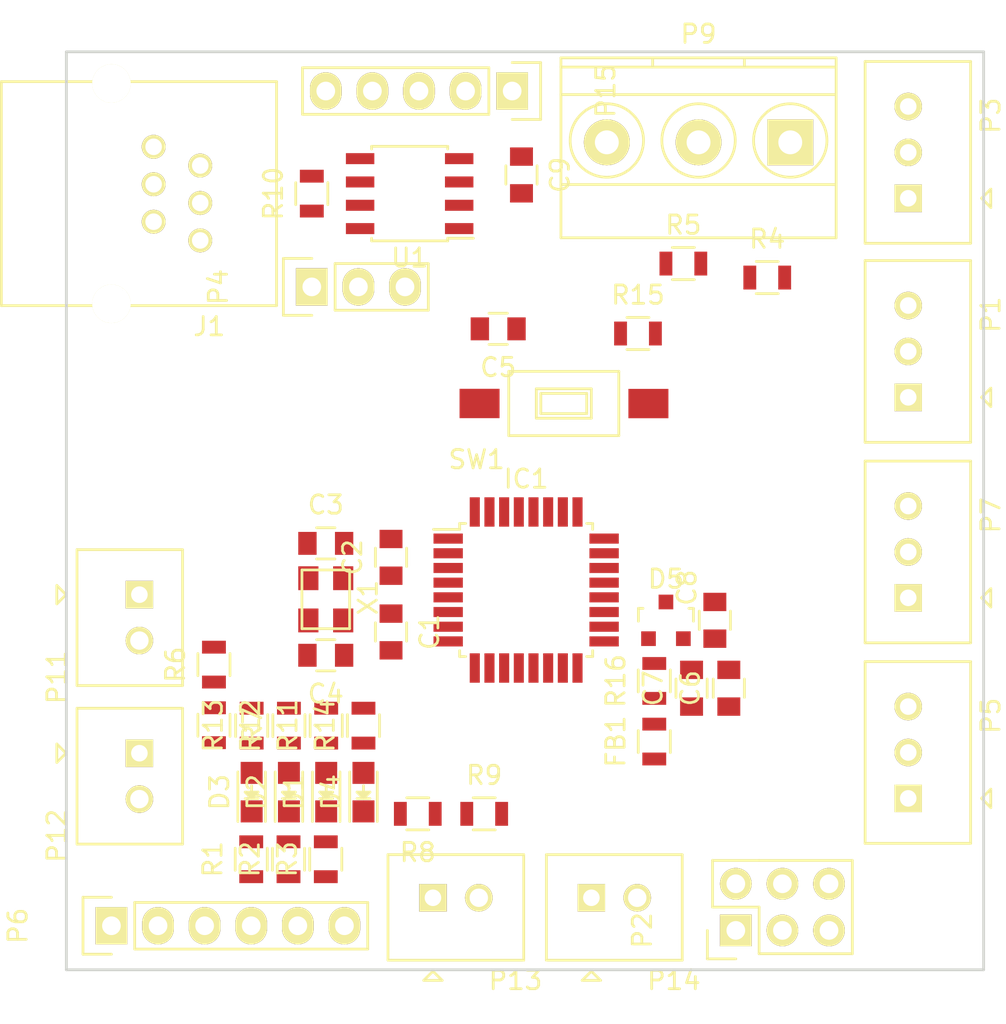
<source format=kicad_pcb>
(kicad_pcb (version 4) (host pcbnew 4.0.2-stable)

  (general
    (links 116)
    (no_connects 116)
    (area 89.924999 69.924999 140.075001 120.075001)
    (thickness 1.6)
    (drawings 4)
    (tracks 0)
    (zones 0)
    (modules 49)
    (nets 39)
  )

  (page A4)
  (layers
    (0 F.Cu signal)
    (31 B.Cu signal)
    (32 B.Adhes user)
    (33 F.Adhes user)
    (34 B.Paste user)
    (35 F.Paste user)
    (36 B.SilkS user)
    (37 F.SilkS user)
    (38 B.Mask user)
    (39 F.Mask user)
    (40 Dwgs.User user)
    (41 Cmts.User user)
    (42 Eco1.User user)
    (43 Eco2.User user)
    (44 Edge.Cuts user)
    (45 Margin user)
    (46 B.CrtYd user)
    (47 F.CrtYd user)
    (48 B.Fab user)
    (49 F.Fab user)
  )

  (setup
    (last_trace_width 0.25)
    (trace_clearance 0.2)
    (zone_clearance 0.508)
    (zone_45_only no)
    (trace_min 0.2)
    (segment_width 0.2)
    (edge_width 0.15)
    (via_size 0.6)
    (via_drill 0.4)
    (via_min_size 0.4)
    (via_min_drill 0.3)
    (uvia_size 0.3)
    (uvia_drill 0.1)
    (uvias_allowed no)
    (uvia_min_size 0.2)
    (uvia_min_drill 0.1)
    (pcb_text_width 0.3)
    (pcb_text_size 1.5 1.5)
    (mod_edge_width 0.15)
    (mod_text_size 1 1)
    (mod_text_width 0.15)
    (pad_size 1.524 1.524)
    (pad_drill 0.762)
    (pad_to_mask_clearance 0.2)
    (aux_axis_origin 0 0)
    (visible_elements 7FFFFFFF)
    (pcbplotparams
      (layerselection 0x00030_80000001)
      (usegerberextensions false)
      (excludeedgelayer true)
      (linewidth 0.100000)
      (plotframeref false)
      (viasonmask false)
      (mode 1)
      (useauxorigin false)
      (hpglpennumber 1)
      (hpglpenspeed 20)
      (hpglpendiameter 15)
      (hpglpenoverlay 2)
      (psnegative false)
      (psa4output false)
      (plotreference true)
      (plotvalue true)
      (plotinvisibletext false)
      (padsonsilk false)
      (subtractmaskfromsilk false)
      (outputformat 1)
      (mirror false)
      (drillshape 1)
      (scaleselection 1)
      (outputdirectory ""))
  )

  (net 0 "")
  (net 1 +5V)
  (net 2 GND)
  (net 3 /OSC1)
  (net 4 /OSC2)
  (net 5 /AVCC)
  (net 6 /2V5_Ref)
  (net 7 "Net-(D1-Pad2)")
  (net 8 /Triac_1)
  (net 9 "Net-(D2-Pad2)")
  (net 10 /Triac_2)
  (net 11 "Net-(D3-Pad2)")
  (net 12 /Triac_3)
  (net 13 "Net-(D4-Pad2)")
  (net 14 /DE)
  (net 15 /SW_W1)
  (net 16 /SW_W2)
  (net 17 /SW_W3)
  (net 18 /SW_W4)
  (net 19 /MOSI)
  (net 20 /MISO)
  (net 21 /SCK)
  (net 22 /TH_1)
  (net 23 /TH_2)
  (net 24 /TH_3)
  (net 25 /TH_4)
  (net 26 /SW_SH1)
  (net 27 /SW_SH2)
  (net 28 /RxD)
  (net 29 /TxD)
  (net 30 /ZCD)
  (net 31 /DE_O)
  (net 32 "Net-(P6-Pad4)")
  (net 33 "Net-(P6-Pad5)")
  (net 34 "Net-(P6-Pad6)")
  (net 35 /485_A)
  (net 36 /485_B)
  (net 37 /RST)
  (net 38 /DTR)

  (net_class Default "This is the default net class."
    (clearance 0.2)
    (trace_width 0.25)
    (via_dia 0.6)
    (via_drill 0.4)
    (uvia_dia 0.3)
    (uvia_drill 0.1)
    (add_net +5V)
    (add_net /2V5_Ref)
    (add_net /485_A)
    (add_net /485_B)
    (add_net /AVCC)
    (add_net /DE)
    (add_net /DE_O)
    (add_net /DTR)
    (add_net /MISO)
    (add_net /MOSI)
    (add_net /OSC1)
    (add_net /OSC2)
    (add_net /RST)
    (add_net /RxD)
    (add_net /SCK)
    (add_net /SW_SH1)
    (add_net /SW_SH2)
    (add_net /SW_W1)
    (add_net /SW_W2)
    (add_net /SW_W3)
    (add_net /SW_W4)
    (add_net /TH_1)
    (add_net /TH_2)
    (add_net /TH_3)
    (add_net /TH_4)
    (add_net /Triac_1)
    (add_net /Triac_2)
    (add_net /Triac_3)
    (add_net /TxD)
    (add_net /ZCD)
    (add_net GND)
    (add_net "Net-(D1-Pad2)")
    (add_net "Net-(D2-Pad2)")
    (add_net "Net-(D3-Pad2)")
    (add_net "Net-(D4-Pad2)")
    (add_net "Net-(P6-Pad4)")
    (add_net "Net-(P6-Pad5)")
    (add_net "Net-(P6-Pad6)")
  )

  (module Capacitors_SMD:C_0805 (layer F.Cu) (tedit 5415D6EA) (tstamp 56EBA87C)
    (at 107.696 101.6 270)
    (descr "Capacitor SMD 0805, reflow soldering, AVX (see smccp.pdf)")
    (tags "capacitor 0805")
    (path /56EA5421)
    (attr smd)
    (fp_text reference C1 (at 0 -2.1 270) (layer F.SilkS)
      (effects (font (size 1 1) (thickness 0.15)))
    )
    (fp_text value 100n (at 0 2.1 270) (layer F.Fab)
      (effects (font (size 1 1) (thickness 0.15)))
    )
    (fp_line (start -1.8 -1) (end 1.8 -1) (layer F.CrtYd) (width 0.05))
    (fp_line (start -1.8 1) (end 1.8 1) (layer F.CrtYd) (width 0.05))
    (fp_line (start -1.8 -1) (end -1.8 1) (layer F.CrtYd) (width 0.05))
    (fp_line (start 1.8 -1) (end 1.8 1) (layer F.CrtYd) (width 0.05))
    (fp_line (start 0.5 -0.85) (end -0.5 -0.85) (layer F.SilkS) (width 0.15))
    (fp_line (start -0.5 0.85) (end 0.5 0.85) (layer F.SilkS) (width 0.15))
    (pad 1 smd rect (at -1 0 270) (size 1 1.25) (layers F.Cu F.Paste F.Mask)
      (net 1 +5V))
    (pad 2 smd rect (at 1 0 270) (size 1 1.25) (layers F.Cu F.Paste F.Mask)
      (net 2 GND))
    (model Capacitors_SMD.3dshapes/C_0805.wrl
      (at (xyz 0 0 0))
      (scale (xyz 1 1 1))
      (rotate (xyz 0 0 0))
    )
  )

  (module Capacitors_SMD:C_0805 (layer F.Cu) (tedit 5415D6EA) (tstamp 56EBA882)
    (at 107.696 97.536 90)
    (descr "Capacitor SMD 0805, reflow soldering, AVX (see smccp.pdf)")
    (tags "capacitor 0805")
    (path /56EA53C1)
    (attr smd)
    (fp_text reference C2 (at 0 -2.1 90) (layer F.SilkS)
      (effects (font (size 1 1) (thickness 0.15)))
    )
    (fp_text value 100n (at 0 2.1 90) (layer F.Fab)
      (effects (font (size 1 1) (thickness 0.15)))
    )
    (fp_line (start -1.8 -1) (end 1.8 -1) (layer F.CrtYd) (width 0.05))
    (fp_line (start -1.8 1) (end 1.8 1) (layer F.CrtYd) (width 0.05))
    (fp_line (start -1.8 -1) (end -1.8 1) (layer F.CrtYd) (width 0.05))
    (fp_line (start 1.8 -1) (end 1.8 1) (layer F.CrtYd) (width 0.05))
    (fp_line (start 0.5 -0.85) (end -0.5 -0.85) (layer F.SilkS) (width 0.15))
    (fp_line (start -0.5 0.85) (end 0.5 0.85) (layer F.SilkS) (width 0.15))
    (pad 1 smd rect (at -1 0 90) (size 1 1.25) (layers F.Cu F.Paste F.Mask)
      (net 1 +5V))
    (pad 2 smd rect (at 1 0 90) (size 1 1.25) (layers F.Cu F.Paste F.Mask)
      (net 2 GND))
    (model Capacitors_SMD.3dshapes/C_0805.wrl
      (at (xyz 0 0 0))
      (scale (xyz 1 1 1))
      (rotate (xyz 0 0 0))
    )
  )

  (module Capacitors_SMD:C_0805 (layer F.Cu) (tedit 5415D6EA) (tstamp 56EBA888)
    (at 104.14 96.774)
    (descr "Capacitor SMD 0805, reflow soldering, AVX (see smccp.pdf)")
    (tags "capacitor 0805")
    (path /56EA9A6B)
    (attr smd)
    (fp_text reference C3 (at 0 -2.1) (layer F.SilkS)
      (effects (font (size 1 1) (thickness 0.15)))
    )
    (fp_text value 22p (at 0 2.1) (layer F.Fab)
      (effects (font (size 1 1) (thickness 0.15)))
    )
    (fp_line (start -1.8 -1) (end 1.8 -1) (layer F.CrtYd) (width 0.05))
    (fp_line (start -1.8 1) (end 1.8 1) (layer F.CrtYd) (width 0.05))
    (fp_line (start -1.8 -1) (end -1.8 1) (layer F.CrtYd) (width 0.05))
    (fp_line (start 1.8 -1) (end 1.8 1) (layer F.CrtYd) (width 0.05))
    (fp_line (start 0.5 -0.85) (end -0.5 -0.85) (layer F.SilkS) (width 0.15))
    (fp_line (start -0.5 0.85) (end 0.5 0.85) (layer F.SilkS) (width 0.15))
    (pad 1 smd rect (at -1 0) (size 1 1.25) (layers F.Cu F.Paste F.Mask)
      (net 3 /OSC1))
    (pad 2 smd rect (at 1 0) (size 1 1.25) (layers F.Cu F.Paste F.Mask)
      (net 2 GND))
    (model Capacitors_SMD.3dshapes/C_0805.wrl
      (at (xyz 0 0 0))
      (scale (xyz 1 1 1))
      (rotate (xyz 0 0 0))
    )
  )

  (module Capacitors_SMD:C_0805 (layer F.Cu) (tedit 5415D6EA) (tstamp 56EBA88E)
    (at 104.14 102.87 180)
    (descr "Capacitor SMD 0805, reflow soldering, AVX (see smccp.pdf)")
    (tags "capacitor 0805")
    (path /56EA9987)
    (attr smd)
    (fp_text reference C4 (at 0 -2.1 180) (layer F.SilkS)
      (effects (font (size 1 1) (thickness 0.15)))
    )
    (fp_text value 22p (at 0 2.1 180) (layer F.Fab)
      (effects (font (size 1 1) (thickness 0.15)))
    )
    (fp_line (start -1.8 -1) (end 1.8 -1) (layer F.CrtYd) (width 0.05))
    (fp_line (start -1.8 1) (end 1.8 1) (layer F.CrtYd) (width 0.05))
    (fp_line (start -1.8 -1) (end -1.8 1) (layer F.CrtYd) (width 0.05))
    (fp_line (start 1.8 -1) (end 1.8 1) (layer F.CrtYd) (width 0.05))
    (fp_line (start 0.5 -0.85) (end -0.5 -0.85) (layer F.SilkS) (width 0.15))
    (fp_line (start -0.5 0.85) (end 0.5 0.85) (layer F.SilkS) (width 0.15))
    (pad 1 smd rect (at -1 0 180) (size 1 1.25) (layers F.Cu F.Paste F.Mask)
      (net 4 /OSC2))
    (pad 2 smd rect (at 1 0 180) (size 1 1.25) (layers F.Cu F.Paste F.Mask)
      (net 2 GND))
    (model Capacitors_SMD.3dshapes/C_0805.wrl
      (at (xyz 0 0 0))
      (scale (xyz 1 1 1))
      (rotate (xyz 0 0 0))
    )
  )

  (module Capacitors_SMD:C_0805 (layer F.Cu) (tedit 5415D6EA) (tstamp 56EBA894)
    (at 113.538 85.09 180)
    (descr "Capacitor SMD 0805, reflow soldering, AVX (see smccp.pdf)")
    (tags "capacitor 0805")
    (path /56E91961)
    (attr smd)
    (fp_text reference C5 (at 0 -2.1 180) (layer F.SilkS)
      (effects (font (size 1 1) (thickness 0.15)))
    )
    (fp_text value 100n (at 0 2.1 180) (layer F.Fab)
      (effects (font (size 1 1) (thickness 0.15)))
    )
    (fp_line (start -1.8 -1) (end 1.8 -1) (layer F.CrtYd) (width 0.05))
    (fp_line (start -1.8 1) (end 1.8 1) (layer F.CrtYd) (width 0.05))
    (fp_line (start -1.8 -1) (end -1.8 1) (layer F.CrtYd) (width 0.05))
    (fp_line (start 1.8 -1) (end 1.8 1) (layer F.CrtYd) (width 0.05))
    (fp_line (start 0.5 -0.85) (end -0.5 -0.85) (layer F.SilkS) (width 0.15))
    (fp_line (start -0.5 0.85) (end 0.5 0.85) (layer F.SilkS) (width 0.15))
    (pad 1 smd rect (at -1 0 180) (size 1 1.25) (layers F.Cu F.Paste F.Mask)
      (net 37 /RST))
    (pad 2 smd rect (at 1 0 180) (size 1 1.25) (layers F.Cu F.Paste F.Mask)
      (net 2 GND))
    (model Capacitors_SMD.3dshapes/C_0805.wrl
      (at (xyz 0 0 0))
      (scale (xyz 1 1 1))
      (rotate (xyz 0 0 0))
    )
  )

  (module Capacitors_SMD:C_0805 (layer F.Cu) (tedit 5415D6EA) (tstamp 56EBA89A)
    (at 126.111 104.664 90)
    (descr "Capacitor SMD 0805, reflow soldering, AVX (see smccp.pdf)")
    (tags "capacitor 0805")
    (path /56EA60B9)
    (attr smd)
    (fp_text reference C6 (at 0 -2.1 90) (layer F.SilkS)
      (effects (font (size 1 1) (thickness 0.15)))
    )
    (fp_text value 10u (at 0 2.1 90) (layer F.Fab)
      (effects (font (size 1 1) (thickness 0.15)))
    )
    (fp_line (start -1.8 -1) (end 1.8 -1) (layer F.CrtYd) (width 0.05))
    (fp_line (start -1.8 1) (end 1.8 1) (layer F.CrtYd) (width 0.05))
    (fp_line (start -1.8 -1) (end -1.8 1) (layer F.CrtYd) (width 0.05))
    (fp_line (start 1.8 -1) (end 1.8 1) (layer F.CrtYd) (width 0.05))
    (fp_line (start 0.5 -0.85) (end -0.5 -0.85) (layer F.SilkS) (width 0.15))
    (fp_line (start -0.5 0.85) (end 0.5 0.85) (layer F.SilkS) (width 0.15))
    (pad 1 smd rect (at -1 0 90) (size 1 1.25) (layers F.Cu F.Paste F.Mask)
      (net 5 /AVCC))
    (pad 2 smd rect (at 1 0 90) (size 1 1.25) (layers F.Cu F.Paste F.Mask)
      (net 2 GND))
    (model Capacitors_SMD.3dshapes/C_0805.wrl
      (at (xyz 0 0 0))
      (scale (xyz 1 1 1))
      (rotate (xyz 0 0 0))
    )
  )

  (module Capacitors_SMD:C_0805 (layer F.Cu) (tedit 5415D6EA) (tstamp 56EBA8A0)
    (at 124.079 104.664 90)
    (descr "Capacitor SMD 0805, reflow soldering, AVX (see smccp.pdf)")
    (tags "capacitor 0805")
    (path /56EA606A)
    (attr smd)
    (fp_text reference C7 (at 0 -2.1 90) (layer F.SilkS)
      (effects (font (size 1 1) (thickness 0.15)))
    )
    (fp_text value 100n (at 0 2.1 90) (layer F.Fab)
      (effects (font (size 1 1) (thickness 0.15)))
    )
    (fp_line (start -1.8 -1) (end 1.8 -1) (layer F.CrtYd) (width 0.05))
    (fp_line (start -1.8 1) (end 1.8 1) (layer F.CrtYd) (width 0.05))
    (fp_line (start -1.8 -1) (end -1.8 1) (layer F.CrtYd) (width 0.05))
    (fp_line (start 1.8 -1) (end 1.8 1) (layer F.CrtYd) (width 0.05))
    (fp_line (start 0.5 -0.85) (end -0.5 -0.85) (layer F.SilkS) (width 0.15))
    (fp_line (start -0.5 0.85) (end 0.5 0.85) (layer F.SilkS) (width 0.15))
    (pad 1 smd rect (at -1 0 90) (size 1 1.25) (layers F.Cu F.Paste F.Mask)
      (net 5 /AVCC))
    (pad 2 smd rect (at 1 0 90) (size 1 1.25) (layers F.Cu F.Paste F.Mask)
      (net 2 GND))
    (model Capacitors_SMD.3dshapes/C_0805.wrl
      (at (xyz 0 0 0))
      (scale (xyz 1 1 1))
      (rotate (xyz 0 0 0))
    )
  )

  (module Capacitors_SMD:C_0805 (layer F.Cu) (tedit 5415D6EA) (tstamp 56EBA8A6)
    (at 125.349 100.965 90)
    (descr "Capacitor SMD 0805, reflow soldering, AVX (see smccp.pdf)")
    (tags "capacitor 0805")
    (path /56E9101B)
    (attr smd)
    (fp_text reference C8 (at 1.778 -1.524 90) (layer F.SilkS)
      (effects (font (size 1 1) (thickness 0.15)))
    )
    (fp_text value 100n (at 0 2.1 90) (layer F.Fab)
      (effects (font (size 1 1) (thickness 0.15)))
    )
    (fp_line (start -1.8 -1) (end 1.8 -1) (layer F.CrtYd) (width 0.05))
    (fp_line (start -1.8 1) (end 1.8 1) (layer F.CrtYd) (width 0.05))
    (fp_line (start -1.8 -1) (end -1.8 1) (layer F.CrtYd) (width 0.05))
    (fp_line (start 1.8 -1) (end 1.8 1) (layer F.CrtYd) (width 0.05))
    (fp_line (start 0.5 -0.85) (end -0.5 -0.85) (layer F.SilkS) (width 0.15))
    (fp_line (start -0.5 0.85) (end 0.5 0.85) (layer F.SilkS) (width 0.15))
    (pad 1 smd rect (at -1 0 90) (size 1 1.25) (layers F.Cu F.Paste F.Mask)
      (net 6 /2V5_Ref))
    (pad 2 smd rect (at 1 0 90) (size 1 1.25) (layers F.Cu F.Paste F.Mask)
      (net 2 GND))
    (model Capacitors_SMD.3dshapes/C_0805.wrl
      (at (xyz 0 0 0))
      (scale (xyz 1 1 1))
      (rotate (xyz 0 0 0))
    )
  )

  (module LEDs:LED_0805 (layer F.Cu) (tedit 55BDE1C2) (tstamp 56EBA8B9)
    (at 104.162608 110.32427 90)
    (descr "LED 0805 smd package")
    (tags "LED 0805 SMD")
    (path /56EA70F4)
    (attr smd)
    (fp_text reference D1 (at 0 -1.75 90) (layer F.SilkS)
      (effects (font (size 1 1) (thickness 0.15)))
    )
    (fp_text value Red (at 0 1.75 90) (layer F.Fab)
      (effects (font (size 1 1) (thickness 0.15)))
    )
    (fp_line (start -1.6 0.75) (end 1.1 0.75) (layer F.SilkS) (width 0.15))
    (fp_line (start -1.6 -0.75) (end 1.1 -0.75) (layer F.SilkS) (width 0.15))
    (fp_line (start -0.1 0.15) (end -0.1 -0.1) (layer F.SilkS) (width 0.15))
    (fp_line (start -0.1 -0.1) (end -0.25 0.05) (layer F.SilkS) (width 0.15))
    (fp_line (start -0.35 -0.35) (end -0.35 0.35) (layer F.SilkS) (width 0.15))
    (fp_line (start 0 0) (end 0.35 0) (layer F.SilkS) (width 0.15))
    (fp_line (start -0.35 0) (end 0 -0.35) (layer F.SilkS) (width 0.15))
    (fp_line (start 0 -0.35) (end 0 0.35) (layer F.SilkS) (width 0.15))
    (fp_line (start 0 0.35) (end -0.35 0) (layer F.SilkS) (width 0.15))
    (fp_line (start 1.9 -0.95) (end 1.9 0.95) (layer F.CrtYd) (width 0.05))
    (fp_line (start 1.9 0.95) (end -1.9 0.95) (layer F.CrtYd) (width 0.05))
    (fp_line (start -1.9 0.95) (end -1.9 -0.95) (layer F.CrtYd) (width 0.05))
    (fp_line (start -1.9 -0.95) (end 1.9 -0.95) (layer F.CrtYd) (width 0.05))
    (pad 2 smd rect (at 1.04902 0 270) (size 1.19888 1.19888) (layers F.Cu F.Paste F.Mask)
      (net 7 "Net-(D1-Pad2)"))
    (pad 1 smd rect (at -1.04902 0 270) (size 1.19888 1.19888) (layers F.Cu F.Paste F.Mask)
      (net 8 /Triac_1))
    (model LEDs.3dshapes/LED_0805.wrl
      (at (xyz 0 0 0))
      (scale (xyz 1 1 1))
      (rotate (xyz 0 0 0))
    )
  )

  (module LEDs:LED_0805 (layer F.Cu) (tedit 55BDE1C2) (tstamp 56EBA8CC)
    (at 102.130608 110.32427 90)
    (descr "LED 0805 smd package")
    (tags "LED 0805 SMD")
    (path /56EA7404)
    (attr smd)
    (fp_text reference D2 (at 0 -1.75 90) (layer F.SilkS)
      (effects (font (size 1 1) (thickness 0.15)))
    )
    (fp_text value Red (at 0 1.75 90) (layer F.Fab)
      (effects (font (size 1 1) (thickness 0.15)))
    )
    (fp_line (start -1.6 0.75) (end 1.1 0.75) (layer F.SilkS) (width 0.15))
    (fp_line (start -1.6 -0.75) (end 1.1 -0.75) (layer F.SilkS) (width 0.15))
    (fp_line (start -0.1 0.15) (end -0.1 -0.1) (layer F.SilkS) (width 0.15))
    (fp_line (start -0.1 -0.1) (end -0.25 0.05) (layer F.SilkS) (width 0.15))
    (fp_line (start -0.35 -0.35) (end -0.35 0.35) (layer F.SilkS) (width 0.15))
    (fp_line (start 0 0) (end 0.35 0) (layer F.SilkS) (width 0.15))
    (fp_line (start -0.35 0) (end 0 -0.35) (layer F.SilkS) (width 0.15))
    (fp_line (start 0 -0.35) (end 0 0.35) (layer F.SilkS) (width 0.15))
    (fp_line (start 0 0.35) (end -0.35 0) (layer F.SilkS) (width 0.15))
    (fp_line (start 1.9 -0.95) (end 1.9 0.95) (layer F.CrtYd) (width 0.05))
    (fp_line (start 1.9 0.95) (end -1.9 0.95) (layer F.CrtYd) (width 0.05))
    (fp_line (start -1.9 0.95) (end -1.9 -0.95) (layer F.CrtYd) (width 0.05))
    (fp_line (start -1.9 -0.95) (end 1.9 -0.95) (layer F.CrtYd) (width 0.05))
    (pad 2 smd rect (at 1.04902 0 270) (size 1.19888 1.19888) (layers F.Cu F.Paste F.Mask)
      (net 9 "Net-(D2-Pad2)"))
    (pad 1 smd rect (at -1.04902 0 270) (size 1.19888 1.19888) (layers F.Cu F.Paste F.Mask)
      (net 10 /Triac_2))
    (model LEDs.3dshapes/LED_0805.wrl
      (at (xyz 0 0 0))
      (scale (xyz 1 1 1))
      (rotate (xyz 0 0 0))
    )
  )

  (module LEDs:LED_0805 (layer F.Cu) (tedit 55BDE1C2) (tstamp 56EBA8DF)
    (at 100.098608 110.32427 90)
    (descr "LED 0805 smd package")
    (tags "LED 0805 SMD")
    (path /56EA746D)
    (attr smd)
    (fp_text reference D3 (at 0 -1.75 90) (layer F.SilkS)
      (effects (font (size 1 1) (thickness 0.15)))
    )
    (fp_text value Red (at 0 1.75 90) (layer F.Fab)
      (effects (font (size 1 1) (thickness 0.15)))
    )
    (fp_line (start -1.6 0.75) (end 1.1 0.75) (layer F.SilkS) (width 0.15))
    (fp_line (start -1.6 -0.75) (end 1.1 -0.75) (layer F.SilkS) (width 0.15))
    (fp_line (start -0.1 0.15) (end -0.1 -0.1) (layer F.SilkS) (width 0.15))
    (fp_line (start -0.1 -0.1) (end -0.25 0.05) (layer F.SilkS) (width 0.15))
    (fp_line (start -0.35 -0.35) (end -0.35 0.35) (layer F.SilkS) (width 0.15))
    (fp_line (start 0 0) (end 0.35 0) (layer F.SilkS) (width 0.15))
    (fp_line (start -0.35 0) (end 0 -0.35) (layer F.SilkS) (width 0.15))
    (fp_line (start 0 -0.35) (end 0 0.35) (layer F.SilkS) (width 0.15))
    (fp_line (start 0 0.35) (end -0.35 0) (layer F.SilkS) (width 0.15))
    (fp_line (start 1.9 -0.95) (end 1.9 0.95) (layer F.CrtYd) (width 0.05))
    (fp_line (start 1.9 0.95) (end -1.9 0.95) (layer F.CrtYd) (width 0.05))
    (fp_line (start -1.9 0.95) (end -1.9 -0.95) (layer F.CrtYd) (width 0.05))
    (fp_line (start -1.9 -0.95) (end 1.9 -0.95) (layer F.CrtYd) (width 0.05))
    (pad 2 smd rect (at 1.04902 0 270) (size 1.19888 1.19888) (layers F.Cu F.Paste F.Mask)
      (net 11 "Net-(D3-Pad2)"))
    (pad 1 smd rect (at -1.04902 0 270) (size 1.19888 1.19888) (layers F.Cu F.Paste F.Mask)
      (net 12 /Triac_3))
    (model LEDs.3dshapes/LED_0805.wrl
      (at (xyz 0 0 0))
      (scale (xyz 1 1 1))
      (rotate (xyz 0 0 0))
    )
  )

  (module LEDs:LED_0805 (layer F.Cu) (tedit 55BDE1C2) (tstamp 56EBA8F2)
    (at 106.194608 110.32427 90)
    (descr "LED 0805 smd package")
    (tags "LED 0805 SMD")
    (path /56EA85AF)
    (attr smd)
    (fp_text reference D4 (at 0 -1.75 90) (layer F.SilkS)
      (effects (font (size 1 1) (thickness 0.15)))
    )
    (fp_text value Green (at 0 1.75 90) (layer F.Fab)
      (effects (font (size 1 1) (thickness 0.15)))
    )
    (fp_line (start -1.6 0.75) (end 1.1 0.75) (layer F.SilkS) (width 0.15))
    (fp_line (start -1.6 -0.75) (end 1.1 -0.75) (layer F.SilkS) (width 0.15))
    (fp_line (start -0.1 0.15) (end -0.1 -0.1) (layer F.SilkS) (width 0.15))
    (fp_line (start -0.1 -0.1) (end -0.25 0.05) (layer F.SilkS) (width 0.15))
    (fp_line (start -0.35 -0.35) (end -0.35 0.35) (layer F.SilkS) (width 0.15))
    (fp_line (start 0 0) (end 0.35 0) (layer F.SilkS) (width 0.15))
    (fp_line (start -0.35 0) (end 0 -0.35) (layer F.SilkS) (width 0.15))
    (fp_line (start 0 -0.35) (end 0 0.35) (layer F.SilkS) (width 0.15))
    (fp_line (start 0 0.35) (end -0.35 0) (layer F.SilkS) (width 0.15))
    (fp_line (start 1.9 -0.95) (end 1.9 0.95) (layer F.CrtYd) (width 0.05))
    (fp_line (start 1.9 0.95) (end -1.9 0.95) (layer F.CrtYd) (width 0.05))
    (fp_line (start -1.9 0.95) (end -1.9 -0.95) (layer F.CrtYd) (width 0.05))
    (fp_line (start -1.9 -0.95) (end 1.9 -0.95) (layer F.CrtYd) (width 0.05))
    (pad 2 smd rect (at 1.04902 0 270) (size 1.19888 1.19888) (layers F.Cu F.Paste F.Mask)
      (net 13 "Net-(D4-Pad2)"))
    (pad 1 smd rect (at -1.04902 0 270) (size 1.19888 1.19888) (layers F.Cu F.Paste F.Mask)
      (net 1 +5V))
    (model LEDs.3dshapes/LED_0805.wrl
      (at (xyz 0 0 0))
      (scale (xyz 1 1 1))
      (rotate (xyz 0 0 0))
    )
  )

  (module TO_SOT_Packages_SMD:SOT-23 (layer F.Cu) (tedit 553634F8) (tstamp 56EBA8F9)
    (at 122.682 100.965)
    (descr "SOT-23, Standard")
    (tags SOT-23)
    (path /56E8FD9E)
    (attr smd)
    (fp_text reference D5 (at 0 -2.25) (layer F.SilkS)
      (effects (font (size 1 1) (thickness 0.15)))
    )
    (fp_text value TL431 (at 0 2.3) (layer F.Fab)
      (effects (font (size 1 1) (thickness 0.15)))
    )
    (fp_line (start -1.65 -1.6) (end 1.65 -1.6) (layer F.CrtYd) (width 0.05))
    (fp_line (start 1.65 -1.6) (end 1.65 1.6) (layer F.CrtYd) (width 0.05))
    (fp_line (start 1.65 1.6) (end -1.65 1.6) (layer F.CrtYd) (width 0.05))
    (fp_line (start -1.65 1.6) (end -1.65 -1.6) (layer F.CrtYd) (width 0.05))
    (fp_line (start 1.29916 -0.65024) (end 1.2509 -0.65024) (layer F.SilkS) (width 0.15))
    (fp_line (start -1.49982 0.0508) (end -1.49982 -0.65024) (layer F.SilkS) (width 0.15))
    (fp_line (start -1.49982 -0.65024) (end -1.2509 -0.65024) (layer F.SilkS) (width 0.15))
    (fp_line (start 1.29916 -0.65024) (end 1.49982 -0.65024) (layer F.SilkS) (width 0.15))
    (fp_line (start 1.49982 -0.65024) (end 1.49982 0.0508) (layer F.SilkS) (width 0.15))
    (pad 1 smd rect (at -0.95 1.00076) (size 0.8001 0.8001) (layers F.Cu F.Paste F.Mask)
      (net 6 /2V5_Ref))
    (pad 2 smd rect (at 0.95 1.00076) (size 0.8001 0.8001) (layers F.Cu F.Paste F.Mask)
      (net 6 /2V5_Ref))
    (pad 3 smd rect (at 0 -0.99822) (size 0.8001 0.8001) (layers F.Cu F.Paste F.Mask)
      (net 2 GND))
    (model TO_SOT_Packages_SMD.3dshapes/SOT-23.wrl
      (at (xyz 0 0 0))
      (scale (xyz 1 1 1))
      (rotate (xyz 0 0 0))
    )
  )

  (module Resistors_SMD:R_0805 (layer F.Cu) (tedit 5415CDEB) (tstamp 56EBA8FF)
    (at 122.047 107.569 90)
    (descr "Resistor SMD 0805, reflow soldering, Vishay (see dcrcw.pdf)")
    (tags "resistor 0805")
    (path /56EA600F)
    (attr smd)
    (fp_text reference FB1 (at 0 -2.1 90) (layer F.SilkS)
      (effects (font (size 1 1) (thickness 0.15)))
    )
    (fp_text value FB_SMD_0805 (at 0 2.1 90) (layer F.Fab)
      (effects (font (size 1 1) (thickness 0.15)))
    )
    (fp_line (start -1.6 -1) (end 1.6 -1) (layer F.CrtYd) (width 0.05))
    (fp_line (start -1.6 1) (end 1.6 1) (layer F.CrtYd) (width 0.05))
    (fp_line (start -1.6 -1) (end -1.6 1) (layer F.CrtYd) (width 0.05))
    (fp_line (start 1.6 -1) (end 1.6 1) (layer F.CrtYd) (width 0.05))
    (fp_line (start 0.6 0.875) (end -0.6 0.875) (layer F.SilkS) (width 0.15))
    (fp_line (start -0.6 -0.875) (end 0.6 -0.875) (layer F.SilkS) (width 0.15))
    (pad 1 smd rect (at -0.95 0 90) (size 0.7 1.3) (layers F.Cu F.Paste F.Mask)
      (net 1 +5V))
    (pad 2 smd rect (at 0.95 0 90) (size 0.7 1.3) (layers F.Cu F.Paste F.Mask)
      (net 5 /AVCC))
    (model Resistors_SMD.3dshapes/R_0805.wrl
      (at (xyz 0 0 0))
      (scale (xyz 1 1 1))
      (rotate (xyz 0 0 0))
    )
  )

  (module Housings_QFP:TQFP-32_7x7mm_Pitch0.8mm (layer F.Cu) (tedit 54130A77) (tstamp 56EBA930)
    (at 115.062 99.314)
    (descr "32-Lead Plastic Thin Quad Flatpack (PT) - 7x7x1.0 mm Body, 2.00 mm [TQFP] (see Microchip Packaging Specification 00000049BS.pdf)")
    (tags "QFP 0.8")
    (path /56E8F785)
    (attr smd)
    (fp_text reference IC1 (at 0 -6.05) (layer F.SilkS)
      (effects (font (size 1 1) (thickness 0.15)))
    )
    (fp_text value ATMEGA168PA-A (at 0 6.05) (layer F.Fab)
      (effects (font (size 1 1) (thickness 0.15)))
    )
    (fp_line (start -5.3 -5.3) (end -5.3 5.3) (layer F.CrtYd) (width 0.05))
    (fp_line (start 5.3 -5.3) (end 5.3 5.3) (layer F.CrtYd) (width 0.05))
    (fp_line (start -5.3 -5.3) (end 5.3 -5.3) (layer F.CrtYd) (width 0.05))
    (fp_line (start -5.3 5.3) (end 5.3 5.3) (layer F.CrtYd) (width 0.05))
    (fp_line (start -3.625 -3.625) (end -3.625 -3.3) (layer F.SilkS) (width 0.15))
    (fp_line (start 3.625 -3.625) (end 3.625 -3.3) (layer F.SilkS) (width 0.15))
    (fp_line (start 3.625 3.625) (end 3.625 3.3) (layer F.SilkS) (width 0.15))
    (fp_line (start -3.625 3.625) (end -3.625 3.3) (layer F.SilkS) (width 0.15))
    (fp_line (start -3.625 -3.625) (end -3.3 -3.625) (layer F.SilkS) (width 0.15))
    (fp_line (start -3.625 3.625) (end -3.3 3.625) (layer F.SilkS) (width 0.15))
    (fp_line (start 3.625 3.625) (end 3.3 3.625) (layer F.SilkS) (width 0.15))
    (fp_line (start 3.625 -3.625) (end 3.3 -3.625) (layer F.SilkS) (width 0.15))
    (fp_line (start -3.625 -3.3) (end -5.05 -3.3) (layer F.SilkS) (width 0.15))
    (pad 1 smd rect (at -4.25 -2.8) (size 1.6 0.55) (layers F.Cu F.Paste F.Mask)
      (net 14 /DE))
    (pad 2 smd rect (at -4.25 -2) (size 1.6 0.55) (layers F.Cu F.Paste F.Mask)
      (net 15 /SW_W1))
    (pad 3 smd rect (at -4.25 -1.2) (size 1.6 0.55) (layers F.Cu F.Paste F.Mask)
      (net 2 GND))
    (pad 4 smd rect (at -4.25 -0.4) (size 1.6 0.55) (layers F.Cu F.Paste F.Mask)
      (net 1 +5V))
    (pad 5 smd rect (at -4.25 0.4) (size 1.6 0.55) (layers F.Cu F.Paste F.Mask)
      (net 2 GND))
    (pad 6 smd rect (at -4.25 1.2) (size 1.6 0.55) (layers F.Cu F.Paste F.Mask)
      (net 1 +5V))
    (pad 7 smd rect (at -4.25 2) (size 1.6 0.55) (layers F.Cu F.Paste F.Mask)
      (net 3 /OSC1))
    (pad 8 smd rect (at -4.25 2.8) (size 1.6 0.55) (layers F.Cu F.Paste F.Mask)
      (net 4 /OSC2))
    (pad 9 smd rect (at -2.8 4.25 90) (size 1.6 0.55) (layers F.Cu F.Paste F.Mask)
      (net 16 /SW_W2))
    (pad 10 smd rect (at -2 4.25 90) (size 1.6 0.55) (layers F.Cu F.Paste F.Mask)
      (net 17 /SW_W3))
    (pad 11 smd rect (at -1.2 4.25 90) (size 1.6 0.55) (layers F.Cu F.Paste F.Mask)
      (net 18 /SW_W4))
    (pad 12 smd rect (at -0.4 4.25 90) (size 1.6 0.55) (layers F.Cu F.Paste F.Mask)
      (net 8 /Triac_1))
    (pad 13 smd rect (at 0.4 4.25 90) (size 1.6 0.55) (layers F.Cu F.Paste F.Mask)
      (net 10 /Triac_2))
    (pad 14 smd rect (at 1.2 4.25 90) (size 1.6 0.55) (layers F.Cu F.Paste F.Mask)
      (net 12 /Triac_3))
    (pad 15 smd rect (at 2 4.25 90) (size 1.6 0.55) (layers F.Cu F.Paste F.Mask)
      (net 19 /MOSI))
    (pad 16 smd rect (at 2.8 4.25 90) (size 1.6 0.55) (layers F.Cu F.Paste F.Mask)
      (net 20 /MISO))
    (pad 17 smd rect (at 4.25 2.8) (size 1.6 0.55) (layers F.Cu F.Paste F.Mask)
      (net 21 /SCK))
    (pad 18 smd rect (at 4.25 2) (size 1.6 0.55) (layers F.Cu F.Paste F.Mask)
      (net 5 /AVCC))
    (pad 19 smd rect (at 4.25 1.2) (size 1.6 0.55) (layers F.Cu F.Paste F.Mask)
      (net 24 /TH_3))
    (pad 20 smd rect (at 4.25 0.4) (size 1.6 0.55) (layers F.Cu F.Paste F.Mask)
      (net 6 /2V5_Ref))
    (pad 21 smd rect (at 4.25 -0.4) (size 1.6 0.55) (layers F.Cu F.Paste F.Mask)
      (net 2 GND))
    (pad 22 smd rect (at 4.25 -1.2) (size 1.6 0.55) (layers F.Cu F.Paste F.Mask)
      (net 25 /TH_4))
    (pad 23 smd rect (at 4.25 -2) (size 1.6 0.55) (layers F.Cu F.Paste F.Mask)
      (net 22 /TH_1))
    (pad 24 smd rect (at 4.25 -2.8) (size 1.6 0.55) (layers F.Cu F.Paste F.Mask)
      (net 23 /TH_2))
    (pad 25 smd rect (at 2.8 -4.25 90) (size 1.6 0.55) (layers F.Cu F.Paste F.Mask)
      (net 26 /SW_SH1))
    (pad 26 smd rect (at 2 -4.25 90) (size 1.6 0.55) (layers F.Cu F.Paste F.Mask)
      (net 27 /SW_SH2))
    (pad 27 smd rect (at 1.2 -4.25 90) (size 1.6 0.55) (layers F.Cu F.Paste F.Mask))
    (pad 28 smd rect (at 0.4 -4.25 90) (size 1.6 0.55) (layers F.Cu F.Paste F.Mask))
    (pad 29 smd rect (at -0.4 -4.25 90) (size 1.6 0.55) (layers F.Cu F.Paste F.Mask)
      (net 37 /RST))
    (pad 30 smd rect (at -1.2 -4.25 90) (size 1.6 0.55) (layers F.Cu F.Paste F.Mask)
      (net 28 /RxD))
    (pad 31 smd rect (at -2 -4.25 90) (size 1.6 0.55) (layers F.Cu F.Paste F.Mask)
      (net 29 /TxD))
    (pad 32 smd rect (at -2.8 -4.25 90) (size 1.6 0.55) (layers F.Cu F.Paste F.Mask)
      (net 30 /ZCD))
    (model Housings_QFP.3dshapes/TQFP-32_7x7mm_Pitch0.8mm.wrl
      (at (xyz 0 0 0))
      (scale (xyz 1 1 1))
      (rotate (xyz 0 0 0))
    )
  )

  (module Pin_Headers:Pin_Header_Straight_2x03 (layer F.Cu) (tedit 54EA0A4B) (tstamp 56EBA959)
    (at 126.492 117.856 90)
    (descr "Through hole pin header")
    (tags "pin header")
    (path /56E90A7B)
    (fp_text reference P2 (at 0 -5.1 90) (layer F.SilkS)
      (effects (font (size 1 1) (thickness 0.15)))
    )
    (fp_text value ISCP (at 0 -3.1 90) (layer F.Fab)
      (effects (font (size 1 1) (thickness 0.15)))
    )
    (fp_line (start -1.27 1.27) (end -1.27 6.35) (layer F.SilkS) (width 0.15))
    (fp_line (start -1.55 -1.55) (end 0 -1.55) (layer F.SilkS) (width 0.15))
    (fp_line (start -1.75 -1.75) (end -1.75 6.85) (layer F.CrtYd) (width 0.05))
    (fp_line (start 4.3 -1.75) (end 4.3 6.85) (layer F.CrtYd) (width 0.05))
    (fp_line (start -1.75 -1.75) (end 4.3 -1.75) (layer F.CrtYd) (width 0.05))
    (fp_line (start -1.75 6.85) (end 4.3 6.85) (layer F.CrtYd) (width 0.05))
    (fp_line (start 1.27 -1.27) (end 1.27 1.27) (layer F.SilkS) (width 0.15))
    (fp_line (start 1.27 1.27) (end -1.27 1.27) (layer F.SilkS) (width 0.15))
    (fp_line (start -1.27 6.35) (end 3.81 6.35) (layer F.SilkS) (width 0.15))
    (fp_line (start 3.81 6.35) (end 3.81 1.27) (layer F.SilkS) (width 0.15))
    (fp_line (start -1.55 -1.55) (end -1.55 0) (layer F.SilkS) (width 0.15))
    (fp_line (start 3.81 -1.27) (end 1.27 -1.27) (layer F.SilkS) (width 0.15))
    (fp_line (start 3.81 1.27) (end 3.81 -1.27) (layer F.SilkS) (width 0.15))
    (pad 1 thru_hole rect (at 0 0 90) (size 1.7272 1.7272) (drill 1.016) (layers *.Cu *.Mask F.SilkS)
      (net 20 /MISO))
    (pad 2 thru_hole oval (at 2.54 0 90) (size 1.7272 1.7272) (drill 1.016) (layers *.Cu *.Mask F.SilkS)
      (net 1 +5V))
    (pad 3 thru_hole oval (at 0 2.54 90) (size 1.7272 1.7272) (drill 1.016) (layers *.Cu *.Mask F.SilkS)
      (net 21 /SCK))
    (pad 4 thru_hole oval (at 2.54 2.54 90) (size 1.7272 1.7272) (drill 1.016) (layers *.Cu *.Mask F.SilkS)
      (net 19 /MOSI))
    (pad 5 thru_hole oval (at 0 5.08 90) (size 1.7272 1.7272) (drill 1.016) (layers *.Cu *.Mask F.SilkS)
      (net 37 /RST))
    (pad 6 thru_hole oval (at 2.54 5.08 90) (size 1.7272 1.7272) (drill 1.016) (layers *.Cu *.Mask F.SilkS)
      (net 2 GND))
    (model Pin_Headers.3dshapes/Pin_Header_Straight_2x03.wrl
      (at (xyz 0.05 -0.1 0))
      (scale (xyz 1 1 1))
      (rotate (xyz 0 0 90))
    )
  )

  (module Pin_Headers:Pin_Header_Straight_1x03 (layer F.Cu) (tedit 0) (tstamp 56EBA97D)
    (at 103.378 82.804 90)
    (descr "Through hole pin header")
    (tags "pin header")
    (path /56EAE9B9)
    (fp_text reference P4 (at 0 -5.1 90) (layer F.SilkS)
      (effects (font (size 1 1) (thickness 0.15)))
    )
    (fp_text value "TTL Sel" (at 0 -3.1 90) (layer F.Fab)
      (effects (font (size 1 1) (thickness 0.15)))
    )
    (fp_line (start -1.75 -1.75) (end -1.75 6.85) (layer F.CrtYd) (width 0.05))
    (fp_line (start 1.75 -1.75) (end 1.75 6.85) (layer F.CrtYd) (width 0.05))
    (fp_line (start -1.75 -1.75) (end 1.75 -1.75) (layer F.CrtYd) (width 0.05))
    (fp_line (start -1.75 6.85) (end 1.75 6.85) (layer F.CrtYd) (width 0.05))
    (fp_line (start -1.27 1.27) (end -1.27 6.35) (layer F.SilkS) (width 0.15))
    (fp_line (start -1.27 6.35) (end 1.27 6.35) (layer F.SilkS) (width 0.15))
    (fp_line (start 1.27 6.35) (end 1.27 1.27) (layer F.SilkS) (width 0.15))
    (fp_line (start 1.55 -1.55) (end 1.55 0) (layer F.SilkS) (width 0.15))
    (fp_line (start 1.27 1.27) (end -1.27 1.27) (layer F.SilkS) (width 0.15))
    (fp_line (start -1.55 0) (end -1.55 -1.55) (layer F.SilkS) (width 0.15))
    (fp_line (start -1.55 -1.55) (end 1.55 -1.55) (layer F.SilkS) (width 0.15))
    (pad 1 thru_hole rect (at 0 0 90) (size 2.032 1.7272) (drill 1.016) (layers *.Cu *.Mask F.SilkS)
      (net 1 +5V))
    (pad 2 thru_hole oval (at 0 2.54 90) (size 2.032 1.7272) (drill 1.016) (layers *.Cu *.Mask F.SilkS)
      (net 31 /DE_O))
    (pad 3 thru_hole oval (at 0 5.08 90) (size 2.032 1.7272) (drill 1.016) (layers *.Cu *.Mask F.SilkS)
      (net 14 /DE))
    (model Pin_Headers.3dshapes/Pin_Header_Straight_1x03.wrl
      (at (xyz 0 -0.1 0))
      (scale (xyz 1 1 1))
      (rotate (xyz 0 0 90))
    )
  )

  (module Pin_Headers:Pin_Header_Straight_1x06 (layer F.Cu) (tedit 0) (tstamp 56EBA9A4)
    (at 92.456 117.602 90)
    (descr "Through hole pin header")
    (tags "pin header")
    (path /56EAA9E2)
    (fp_text reference P6 (at 0 -5.1 90) (layer F.SilkS)
      (effects (font (size 1 1) (thickness 0.15)))
    )
    (fp_text value 3CH_ZCD_BRD (at 0 -3.1 90) (layer F.Fab)
      (effects (font (size 1 1) (thickness 0.15)))
    )
    (fp_line (start -1.75 -1.75) (end -1.75 14.45) (layer F.CrtYd) (width 0.05))
    (fp_line (start 1.75 -1.75) (end 1.75 14.45) (layer F.CrtYd) (width 0.05))
    (fp_line (start -1.75 -1.75) (end 1.75 -1.75) (layer F.CrtYd) (width 0.05))
    (fp_line (start -1.75 14.45) (end 1.75 14.45) (layer F.CrtYd) (width 0.05))
    (fp_line (start 1.27 1.27) (end 1.27 13.97) (layer F.SilkS) (width 0.15))
    (fp_line (start 1.27 13.97) (end -1.27 13.97) (layer F.SilkS) (width 0.15))
    (fp_line (start -1.27 13.97) (end -1.27 1.27) (layer F.SilkS) (width 0.15))
    (fp_line (start 1.55 -1.55) (end 1.55 0) (layer F.SilkS) (width 0.15))
    (fp_line (start 1.27 1.27) (end -1.27 1.27) (layer F.SilkS) (width 0.15))
    (fp_line (start -1.55 0) (end -1.55 -1.55) (layer F.SilkS) (width 0.15))
    (fp_line (start -1.55 -1.55) (end 1.55 -1.55) (layer F.SilkS) (width 0.15))
    (pad 1 thru_hole rect (at 0 0 90) (size 2.032 1.7272) (drill 1.016) (layers *.Cu *.Mask F.SilkS)
      (net 2 GND))
    (pad 2 thru_hole oval (at 0 2.54 90) (size 2.032 1.7272) (drill 1.016) (layers *.Cu *.Mask F.SilkS)
      (net 1 +5V))
    (pad 3 thru_hole oval (at 0 5.08 90) (size 2.032 1.7272) (drill 1.016) (layers *.Cu *.Mask F.SilkS)
      (net 30 /ZCD))
    (pad 4 thru_hole oval (at 0 7.62 90) (size 2.032 1.7272) (drill 1.016) (layers *.Cu *.Mask F.SilkS)
      (net 32 "Net-(P6-Pad4)"))
    (pad 5 thru_hole oval (at 0 10.16 90) (size 2.032 1.7272) (drill 1.016) (layers *.Cu *.Mask F.SilkS)
      (net 33 "Net-(P6-Pad5)"))
    (pad 6 thru_hole oval (at 0 12.7 90) (size 2.032 1.7272) (drill 1.016) (layers *.Cu *.Mask F.SilkS)
      (net 34 "Net-(P6-Pad6)"))
    (model Pin_Headers.3dshapes/Pin_Header_Straight_1x06.wrl
      (at (xyz 0 -0.25 0))
      (scale (xyz 1 1 1))
      (rotate (xyz 0 0 90))
    )
  )

  (module Terminal_Blocks:TerminalBlock_Pheonix_MKDS1.5-3pol (layer F.Cu) (tedit 5630081E) (tstamp 56EBA9DF)
    (at 129.46 74.93 180)
    (descr "3-way 5mm pitch terminal block, Phoenix MKDS series")
    (path /56EAF2B4)
    (fp_text reference P9 (at 5 5.9 180) (layer F.SilkS)
      (effects (font (size 1 1) (thickness 0.15)))
    )
    (fp_text value SW_SH (at 5 -6.6 180) (layer F.Fab)
      (effects (font (size 1 1) (thickness 0.15)))
    )
    (fp_line (start -2.7 4.8) (end -2.7 -5.4) (layer F.CrtYd) (width 0.05))
    (fp_line (start 12.7 4.8) (end -2.7 4.8) (layer F.CrtYd) (width 0.05))
    (fp_line (start 12.7 -5.4) (end 12.7 4.8) (layer F.CrtYd) (width 0.05))
    (fp_line (start -2.7 -5.4) (end 12.7 -5.4) (layer F.CrtYd) (width 0.05))
    (fp_circle (center 10 0.1) (end 8 0.1) (layer F.SilkS) (width 0.15))
    (fp_line (start 7.5 4.1) (end 7.5 4.6) (layer F.SilkS) (width 0.15))
    (fp_line (start 2.5 4.1) (end 2.5 4.6) (layer F.SilkS) (width 0.15))
    (fp_circle (center 5 0.1) (end 3 0.1) (layer F.SilkS) (width 0.15))
    (fp_circle (center 0 0.1) (end 2 0.1) (layer F.SilkS) (width 0.15))
    (fp_line (start -2.5 2.6) (end 12.5 2.6) (layer F.SilkS) (width 0.15))
    (fp_line (start -2.5 -2.3) (end 12.5 -2.3) (layer F.SilkS) (width 0.15))
    (fp_line (start -2.5 4.1) (end 12.5 4.1) (layer F.SilkS) (width 0.15))
    (fp_line (start -2.5 4.6) (end 12.5 4.6) (layer F.SilkS) (width 0.15))
    (fp_line (start 12.5 4.6) (end 12.5 -5.2) (layer F.SilkS) (width 0.15))
    (fp_line (start 12.5 -5.2) (end -2.5 -5.2) (layer F.SilkS) (width 0.15))
    (fp_line (start -2.5 -5.2) (end -2.5 4.6) (layer F.SilkS) (width 0.15))
    (pad 3 thru_hole circle (at 10 0 180) (size 2.5 2.5) (drill 1.3) (layers *.Cu *.Mask F.SilkS)
      (net 2 GND))
    (pad 1 thru_hole rect (at 0 0 180) (size 2.5 2.5) (drill 1.3) (layers *.Cu *.Mask F.SilkS)
      (net 26 /SW_SH1))
    (pad 2 thru_hole circle (at 5 0 180) (size 2.5 2.5) (drill 1.3) (layers *.Cu *.Mask F.SilkS)
      (net 27 /SW_SH2))
    (model Terminal_Blocks.3dshapes/TerminalBlock_Pheonix_MKDS1.5-3pol.wrl
      (at (xyz 0.1968 0 0))
      (scale (xyz 1 1 1))
      (rotate (xyz 0 0 0))
    )
  )

  (module BK_Common:JST_B2B-XH-A (layer F.Cu) (tedit 56902445) (tstamp 56EBAA02)
    (at 93.98 99.568 270)
    (descr "JST XH series connector, JST_B2B-XH-A")
    (tags "connector jst xh")
    (path /56EB32EB)
    (fp_text reference P11 (at 4.5 4.5 270) (layer F.SilkS)
      (effects (font (size 1 1) (thickness 0.15)))
    )
    (fp_text value SW_W1 (at 1.25 -3.4 270) (layer F.Fab)
      (effects (font (size 1 1) (thickness 0.15)))
    )
    (fp_line (start -2.45 -2.35) (end 4.95 -2.35) (layer F.SilkS) (width 0.15))
    (fp_line (start -2.45 3.4) (end 4.95 3.4) (layer F.SilkS) (width 0.15))
    (fp_line (start -2.45 -2.35) (end -2.45 3.4) (layer F.SilkS) (width 0.15))
    (fp_line (start 4.95 -2.35) (end 4.95 3.4) (layer F.SilkS) (width 0.15))
    (fp_line (start -2.95 -2.85) (end 5.45 -2.85) (layer F.CrtYd) (width 0.05))
    (fp_line (start -2.95 3.9) (end 5.45 3.9) (layer F.CrtYd) (width 0.05))
    (fp_line (start -2.95 -2.85) (end -2.95 3.9) (layer F.CrtYd) (width 0.05))
    (fp_line (start 5.45 -2.85) (end 5.45 3.9) (layer F.CrtYd) (width 0.05))
    (fp_line (start -0.5 4.5) (end 0.5 4.5) (layer F.SilkS) (width 0.15))
    (fp_line (start 0 4) (end 0.5 4.5) (layer F.SilkS) (width 0.15))
    (fp_line (start 0 4) (end -0.5 4.5) (layer F.SilkS) (width 0.15))
    (pad 1 thru_hole rect (at 0 0 270) (size 1.5 1.5) (drill 0.9) (layers *.Cu *.Mask F.SilkS)
      (net 15 /SW_W1))
    (pad 2 thru_hole circle (at 2.5 0 270) (size 1.5 1.5) (drill 1) (layers *.Cu *.Mask F.SilkS)
      (net 2 GND))
    (model ./kicad-jst-xh.3dshapes/JST_B2B-XH-A.wrl
      (at (xyz 0 0 0))
      (scale (xyz 0.393701 0.393701 0.393701))
      (rotate (xyz 0 0 0))
    )
    (model ../../../../../../Users/t9569bk/Documents/PCB_Libs/kicad-jst-xh/kicad-jst-xh.3dshapes/JST_B2B-XH-A.wrl
      (at (xyz 0 0 0))
      (scale (xyz 0.393701 0.393701 0.393701))
      (rotate (xyz 0 0 0))
    )
  )

  (module BK_Common:JST_B2B-XH-A (layer F.Cu) (tedit 56902445) (tstamp 56EBAA13)
    (at 93.98 108.204 270)
    (descr "JST XH series connector, JST_B2B-XH-A")
    (tags "connector jst xh")
    (path /56EB20B2)
    (fp_text reference P12 (at 4.5 4.5 270) (layer F.SilkS)
      (effects (font (size 1 1) (thickness 0.15)))
    )
    (fp_text value SW_W2 (at 1.25 -3.4 270) (layer F.Fab)
      (effects (font (size 1 1) (thickness 0.15)))
    )
    (fp_line (start -2.45 -2.35) (end 4.95 -2.35) (layer F.SilkS) (width 0.15))
    (fp_line (start -2.45 3.4) (end 4.95 3.4) (layer F.SilkS) (width 0.15))
    (fp_line (start -2.45 -2.35) (end -2.45 3.4) (layer F.SilkS) (width 0.15))
    (fp_line (start 4.95 -2.35) (end 4.95 3.4) (layer F.SilkS) (width 0.15))
    (fp_line (start -2.95 -2.85) (end 5.45 -2.85) (layer F.CrtYd) (width 0.05))
    (fp_line (start -2.95 3.9) (end 5.45 3.9) (layer F.CrtYd) (width 0.05))
    (fp_line (start -2.95 -2.85) (end -2.95 3.9) (layer F.CrtYd) (width 0.05))
    (fp_line (start 5.45 -2.85) (end 5.45 3.9) (layer F.CrtYd) (width 0.05))
    (fp_line (start -0.5 4.5) (end 0.5 4.5) (layer F.SilkS) (width 0.15))
    (fp_line (start 0 4) (end 0.5 4.5) (layer F.SilkS) (width 0.15))
    (fp_line (start 0 4) (end -0.5 4.5) (layer F.SilkS) (width 0.15))
    (pad 1 thru_hole rect (at 0 0 270) (size 1.5 1.5) (drill 0.9) (layers *.Cu *.Mask F.SilkS)
      (net 16 /SW_W2))
    (pad 2 thru_hole circle (at 2.5 0 270) (size 1.5 1.5) (drill 1) (layers *.Cu *.Mask F.SilkS)
      (net 2 GND))
    (model ./kicad-jst-xh.3dshapes/JST_B2B-XH-A.wrl
      (at (xyz 0 0 0))
      (scale (xyz 0.393701 0.393701 0.393701))
      (rotate (xyz 0 0 0))
    )
    (model ../../../../../../Users/t9569bk/Documents/PCB_Libs/kicad-jst-xh/kicad-jst-xh.3dshapes/JST_B2B-XH-A.wrl
      (at (xyz 0 0 0))
      (scale (xyz 0.393701 0.393701 0.393701))
      (rotate (xyz 0 0 0))
    )
  )

  (module BK_Common:JST_B2B-XH-A (layer F.Cu) (tedit 56902445) (tstamp 56EBAA24)
    (at 109.982 116.078)
    (descr "JST XH series connector, JST_B2B-XH-A")
    (tags "connector jst xh")
    (path /56EB3273)
    (fp_text reference P13 (at 4.5 4.5) (layer F.SilkS)
      (effects (font (size 1 1) (thickness 0.15)))
    )
    (fp_text value SW_W3 (at 1.25 -3.4) (layer F.Fab)
      (effects (font (size 1 1) (thickness 0.15)))
    )
    (fp_line (start -2.45 -2.35) (end 4.95 -2.35) (layer F.SilkS) (width 0.15))
    (fp_line (start -2.45 3.4) (end 4.95 3.4) (layer F.SilkS) (width 0.15))
    (fp_line (start -2.45 -2.35) (end -2.45 3.4) (layer F.SilkS) (width 0.15))
    (fp_line (start 4.95 -2.35) (end 4.95 3.4) (layer F.SilkS) (width 0.15))
    (fp_line (start -2.95 -2.85) (end 5.45 -2.85) (layer F.CrtYd) (width 0.05))
    (fp_line (start -2.95 3.9) (end 5.45 3.9) (layer F.CrtYd) (width 0.05))
    (fp_line (start -2.95 -2.85) (end -2.95 3.9) (layer F.CrtYd) (width 0.05))
    (fp_line (start 5.45 -2.85) (end 5.45 3.9) (layer F.CrtYd) (width 0.05))
    (fp_line (start -0.5 4.5) (end 0.5 4.5) (layer F.SilkS) (width 0.15))
    (fp_line (start 0 4) (end 0.5 4.5) (layer F.SilkS) (width 0.15))
    (fp_line (start 0 4) (end -0.5 4.5) (layer F.SilkS) (width 0.15))
    (pad 1 thru_hole rect (at 0 0) (size 1.5 1.5) (drill 0.9) (layers *.Cu *.Mask F.SilkS)
      (net 17 /SW_W3))
    (pad 2 thru_hole circle (at 2.5 0) (size 1.5 1.5) (drill 1) (layers *.Cu *.Mask F.SilkS)
      (net 2 GND))
    (model ./kicad-jst-xh.3dshapes/JST_B2B-XH-A.wrl
      (at (xyz 0 0 0))
      (scale (xyz 0.393701 0.393701 0.393701))
      (rotate (xyz 0 0 0))
    )
    (model ../../../../../../Users/t9569bk/Documents/PCB_Libs/kicad-jst-xh/kicad-jst-xh.3dshapes/JST_B2B-XH-A.wrl
      (at (xyz 0 0 0))
      (scale (xyz 0.393701 0.393701 0.393701))
      (rotate (xyz 0 0 0))
    )
  )

  (module BK_Common:JST_B2B-XH-A (layer F.Cu) (tedit 56902445) (tstamp 56EBAA35)
    (at 118.618 116.078)
    (descr "JST XH series connector, JST_B2B-XH-A")
    (tags "connector jst xh")
    (path /56EB3392)
    (fp_text reference P14 (at 4.5 4.5) (layer F.SilkS)
      (effects (font (size 1 1) (thickness 0.15)))
    )
    (fp_text value SW_W4 (at 1.25 -3.4) (layer F.Fab)
      (effects (font (size 1 1) (thickness 0.15)))
    )
    (fp_line (start -2.45 -2.35) (end 4.95 -2.35) (layer F.SilkS) (width 0.15))
    (fp_line (start -2.45 3.4) (end 4.95 3.4) (layer F.SilkS) (width 0.15))
    (fp_line (start -2.45 -2.35) (end -2.45 3.4) (layer F.SilkS) (width 0.15))
    (fp_line (start 4.95 -2.35) (end 4.95 3.4) (layer F.SilkS) (width 0.15))
    (fp_line (start -2.95 -2.85) (end 5.45 -2.85) (layer F.CrtYd) (width 0.05))
    (fp_line (start -2.95 3.9) (end 5.45 3.9) (layer F.CrtYd) (width 0.05))
    (fp_line (start -2.95 -2.85) (end -2.95 3.9) (layer F.CrtYd) (width 0.05))
    (fp_line (start 5.45 -2.85) (end 5.45 3.9) (layer F.CrtYd) (width 0.05))
    (fp_line (start -0.5 4.5) (end 0.5 4.5) (layer F.SilkS) (width 0.15))
    (fp_line (start 0 4) (end 0.5 4.5) (layer F.SilkS) (width 0.15))
    (fp_line (start 0 4) (end -0.5 4.5) (layer F.SilkS) (width 0.15))
    (pad 1 thru_hole rect (at 0 0) (size 1.5 1.5) (drill 0.9) (layers *.Cu *.Mask F.SilkS)
      (net 18 /SW_W4))
    (pad 2 thru_hole circle (at 2.5 0) (size 1.5 1.5) (drill 1) (layers *.Cu *.Mask F.SilkS)
      (net 2 GND))
    (model ./kicad-jst-xh.3dshapes/JST_B2B-XH-A.wrl
      (at (xyz 0 0 0))
      (scale (xyz 0.393701 0.393701 0.393701))
      (rotate (xyz 0 0 0))
    )
    (model ../../../../../../Users/t9569bk/Documents/PCB_Libs/kicad-jst-xh/kicad-jst-xh.3dshapes/JST_B2B-XH-A.wrl
      (at (xyz 0 0 0))
      (scale (xyz 0.393701 0.393701 0.393701))
      (rotate (xyz 0 0 0))
    )
  )

  (module Resistors_SMD:R_0805 (layer F.Cu) (tedit 5415CDEB) (tstamp 56EBAA3B)
    (at 100.076 113.98 90)
    (descr "Resistor SMD 0805, reflow soldering, Vishay (see dcrcw.pdf)")
    (tags "resistor 0805")
    (path /56EAAD91)
    (attr smd)
    (fp_text reference R1 (at 0 -2.1 90) (layer F.SilkS)
      (effects (font (size 1 1) (thickness 0.15)))
    )
    (fp_text value 150 (at 0 2.1 90) (layer F.Fab)
      (effects (font (size 1 1) (thickness 0.15)))
    )
    (fp_line (start -1.6 -1) (end 1.6 -1) (layer F.CrtYd) (width 0.05))
    (fp_line (start -1.6 1) (end 1.6 1) (layer F.CrtYd) (width 0.05))
    (fp_line (start -1.6 -1) (end -1.6 1) (layer F.CrtYd) (width 0.05))
    (fp_line (start 1.6 -1) (end 1.6 1) (layer F.CrtYd) (width 0.05))
    (fp_line (start 0.6 0.875) (end -0.6 0.875) (layer F.SilkS) (width 0.15))
    (fp_line (start -0.6 -0.875) (end 0.6 -0.875) (layer F.SilkS) (width 0.15))
    (pad 1 smd rect (at -0.95 0 90) (size 0.7 1.3) (layers F.Cu F.Paste F.Mask)
      (net 32 "Net-(P6-Pad4)"))
    (pad 2 smd rect (at 0.95 0 90) (size 0.7 1.3) (layers F.Cu F.Paste F.Mask)
      (net 12 /Triac_3))
    (model Resistors_SMD.3dshapes/R_0805.wrl
      (at (xyz 0 0 0))
      (scale (xyz 1 1 1))
      (rotate (xyz 0 0 0))
    )
  )

  (module Resistors_SMD:R_0805 (layer F.Cu) (tedit 5415CDEB) (tstamp 56EBAA41)
    (at 102.108 113.98 90)
    (descr "Resistor SMD 0805, reflow soldering, Vishay (see dcrcw.pdf)")
    (tags "resistor 0805")
    (path /56EAAD15)
    (attr smd)
    (fp_text reference R2 (at 0 -2.1 90) (layer F.SilkS)
      (effects (font (size 1 1) (thickness 0.15)))
    )
    (fp_text value 150 (at 0 2.1 90) (layer F.Fab)
      (effects (font (size 1 1) (thickness 0.15)))
    )
    (fp_line (start -1.6 -1) (end 1.6 -1) (layer F.CrtYd) (width 0.05))
    (fp_line (start -1.6 1) (end 1.6 1) (layer F.CrtYd) (width 0.05))
    (fp_line (start -1.6 -1) (end -1.6 1) (layer F.CrtYd) (width 0.05))
    (fp_line (start 1.6 -1) (end 1.6 1) (layer F.CrtYd) (width 0.05))
    (fp_line (start 0.6 0.875) (end -0.6 0.875) (layer F.SilkS) (width 0.15))
    (fp_line (start -0.6 -0.875) (end 0.6 -0.875) (layer F.SilkS) (width 0.15))
    (pad 1 smd rect (at -0.95 0 90) (size 0.7 1.3) (layers F.Cu F.Paste F.Mask)
      (net 33 "Net-(P6-Pad5)"))
    (pad 2 smd rect (at 0.95 0 90) (size 0.7 1.3) (layers F.Cu F.Paste F.Mask)
      (net 10 /Triac_2))
    (model Resistors_SMD.3dshapes/R_0805.wrl
      (at (xyz 0 0 0))
      (scale (xyz 1 1 1))
      (rotate (xyz 0 0 0))
    )
  )

  (module Resistors_SMD:R_0805 (layer F.Cu) (tedit 5415CDEB) (tstamp 56EBAA47)
    (at 104.14 113.98 90)
    (descr "Resistor SMD 0805, reflow soldering, Vishay (see dcrcw.pdf)")
    (tags "resistor 0805")
    (path /56EAAC21)
    (attr smd)
    (fp_text reference R3 (at 0 -2.1 90) (layer F.SilkS)
      (effects (font (size 1 1) (thickness 0.15)))
    )
    (fp_text value 150 (at 0 2.1 90) (layer F.Fab)
      (effects (font (size 1 1) (thickness 0.15)))
    )
    (fp_line (start -1.6 -1) (end 1.6 -1) (layer F.CrtYd) (width 0.05))
    (fp_line (start -1.6 1) (end 1.6 1) (layer F.CrtYd) (width 0.05))
    (fp_line (start -1.6 -1) (end -1.6 1) (layer F.CrtYd) (width 0.05))
    (fp_line (start 1.6 -1) (end 1.6 1) (layer F.CrtYd) (width 0.05))
    (fp_line (start 0.6 0.875) (end -0.6 0.875) (layer F.SilkS) (width 0.15))
    (fp_line (start -0.6 -0.875) (end 0.6 -0.875) (layer F.SilkS) (width 0.15))
    (pad 1 smd rect (at -0.95 0 90) (size 0.7 1.3) (layers F.Cu F.Paste F.Mask)
      (net 34 "Net-(P6-Pad6)"))
    (pad 2 smd rect (at 0.95 0 90) (size 0.7 1.3) (layers F.Cu F.Paste F.Mask)
      (net 8 /Triac_1))
    (model Resistors_SMD.3dshapes/R_0805.wrl
      (at (xyz 0 0 0))
      (scale (xyz 1 1 1))
      (rotate (xyz 0 0 0))
    )
  )

  (module Resistors_SMD:R_0805 (layer F.Cu) (tedit 5415CDEB) (tstamp 56EBAA4D)
    (at 128.204 82.296)
    (descr "Resistor SMD 0805, reflow soldering, Vishay (see dcrcw.pdf)")
    (tags "resistor 0805")
    (path /56EACED1)
    (attr smd)
    (fp_text reference R4 (at 0 -2.1) (layer F.SilkS)
      (effects (font (size 1 1) (thickness 0.15)))
    )
    (fp_text value 330 (at 0 2.1) (layer F.Fab)
      (effects (font (size 1 1) (thickness 0.15)))
    )
    (fp_line (start -1.6 -1) (end 1.6 -1) (layer F.CrtYd) (width 0.05))
    (fp_line (start -1.6 1) (end 1.6 1) (layer F.CrtYd) (width 0.05))
    (fp_line (start -1.6 -1) (end -1.6 1) (layer F.CrtYd) (width 0.05))
    (fp_line (start 1.6 -1) (end 1.6 1) (layer F.CrtYd) (width 0.05))
    (fp_line (start 0.6 0.875) (end -0.6 0.875) (layer F.SilkS) (width 0.15))
    (fp_line (start -0.6 -0.875) (end 0.6 -0.875) (layer F.SilkS) (width 0.15))
    (pad 1 smd rect (at -0.95 0) (size 0.7 1.3) (layers F.Cu F.Paste F.Mask)
      (net 1 +5V))
    (pad 2 smd rect (at 0.95 0) (size 0.7 1.3) (layers F.Cu F.Paste F.Mask)
      (net 26 /SW_SH1))
    (model Resistors_SMD.3dshapes/R_0805.wrl
      (at (xyz 0 0 0))
      (scale (xyz 1 1 1))
      (rotate (xyz 0 0 0))
    )
  )

  (module Resistors_SMD:R_0805 (layer F.Cu) (tedit 5415CDEB) (tstamp 56EBAA53)
    (at 123.632 81.534)
    (descr "Resistor SMD 0805, reflow soldering, Vishay (see dcrcw.pdf)")
    (tags "resistor 0805")
    (path /56EACF7D)
    (attr smd)
    (fp_text reference R5 (at 0 -2.1) (layer F.SilkS)
      (effects (font (size 1 1) (thickness 0.15)))
    )
    (fp_text value 330 (at 0 2.1) (layer F.Fab)
      (effects (font (size 1 1) (thickness 0.15)))
    )
    (fp_line (start -1.6 -1) (end 1.6 -1) (layer F.CrtYd) (width 0.05))
    (fp_line (start -1.6 1) (end 1.6 1) (layer F.CrtYd) (width 0.05))
    (fp_line (start -1.6 -1) (end -1.6 1) (layer F.CrtYd) (width 0.05))
    (fp_line (start 1.6 -1) (end 1.6 1) (layer F.CrtYd) (width 0.05))
    (fp_line (start 0.6 0.875) (end -0.6 0.875) (layer F.SilkS) (width 0.15))
    (fp_line (start -0.6 -0.875) (end 0.6 -0.875) (layer F.SilkS) (width 0.15))
    (pad 1 smd rect (at -0.95 0) (size 0.7 1.3) (layers F.Cu F.Paste F.Mask)
      (net 1 +5V))
    (pad 2 smd rect (at 0.95 0) (size 0.7 1.3) (layers F.Cu F.Paste F.Mask)
      (net 27 /SW_SH2))
    (model Resistors_SMD.3dshapes/R_0805.wrl
      (at (xyz 0 0 0))
      (scale (xyz 1 1 1))
      (rotate (xyz 0 0 0))
    )
  )

  (module Resistors_SMD:R_0805 (layer F.Cu) (tedit 5415CDEB) (tstamp 56EBAA59)
    (at 98.044 103.378 90)
    (descr "Resistor SMD 0805, reflow soldering, Vishay (see dcrcw.pdf)")
    (tags "resistor 0805")
    (path /56EACFCC)
    (attr smd)
    (fp_text reference R6 (at 0 -2.1 90) (layer F.SilkS)
      (effects (font (size 1 1) (thickness 0.15)))
    )
    (fp_text value 330 (at 0 2.1 90) (layer F.Fab)
      (effects (font (size 1 1) (thickness 0.15)))
    )
    (fp_line (start -1.6 -1) (end 1.6 -1) (layer F.CrtYd) (width 0.05))
    (fp_line (start -1.6 1) (end 1.6 1) (layer F.CrtYd) (width 0.05))
    (fp_line (start -1.6 -1) (end -1.6 1) (layer F.CrtYd) (width 0.05))
    (fp_line (start 1.6 -1) (end 1.6 1) (layer F.CrtYd) (width 0.05))
    (fp_line (start 0.6 0.875) (end -0.6 0.875) (layer F.SilkS) (width 0.15))
    (fp_line (start -0.6 -0.875) (end 0.6 -0.875) (layer F.SilkS) (width 0.15))
    (pad 1 smd rect (at -0.95 0 90) (size 0.7 1.3) (layers F.Cu F.Paste F.Mask)
      (net 1 +5V))
    (pad 2 smd rect (at 0.95 0 90) (size 0.7 1.3) (layers F.Cu F.Paste F.Mask)
      (net 15 /SW_W1))
    (model Resistors_SMD.3dshapes/R_0805.wrl
      (at (xyz 0 0 0))
      (scale (xyz 1 1 1))
      (rotate (xyz 0 0 0))
    )
  )

  (module Resistors_SMD:R_0805 (layer F.Cu) (tedit 5415CDEB) (tstamp 56EBAA5F)
    (at 98.044 106.68 270)
    (descr "Resistor SMD 0805, reflow soldering, Vishay (see dcrcw.pdf)")
    (tags "resistor 0805")
    (path /56EAD020)
    (attr smd)
    (fp_text reference R7 (at 0 -2.1 270) (layer F.SilkS)
      (effects (font (size 1 1) (thickness 0.15)))
    )
    (fp_text value 330 (at 0 2.1 270) (layer F.Fab)
      (effects (font (size 1 1) (thickness 0.15)))
    )
    (fp_line (start -1.6 -1) (end 1.6 -1) (layer F.CrtYd) (width 0.05))
    (fp_line (start -1.6 1) (end 1.6 1) (layer F.CrtYd) (width 0.05))
    (fp_line (start -1.6 -1) (end -1.6 1) (layer F.CrtYd) (width 0.05))
    (fp_line (start 1.6 -1) (end 1.6 1) (layer F.CrtYd) (width 0.05))
    (fp_line (start 0.6 0.875) (end -0.6 0.875) (layer F.SilkS) (width 0.15))
    (fp_line (start -0.6 -0.875) (end 0.6 -0.875) (layer F.SilkS) (width 0.15))
    (pad 1 smd rect (at -0.95 0 270) (size 0.7 1.3) (layers F.Cu F.Paste F.Mask)
      (net 1 +5V))
    (pad 2 smd rect (at 0.95 0 270) (size 0.7 1.3) (layers F.Cu F.Paste F.Mask)
      (net 16 /SW_W2))
    (model Resistors_SMD.3dshapes/R_0805.wrl
      (at (xyz 0 0 0))
      (scale (xyz 1 1 1))
      (rotate (xyz 0 0 0))
    )
  )

  (module Resistors_SMD:R_0805 (layer F.Cu) (tedit 5415CDEB) (tstamp 56EBAA65)
    (at 109.154 111.506 180)
    (descr "Resistor SMD 0805, reflow soldering, Vishay (see dcrcw.pdf)")
    (tags "resistor 0805")
    (path /56EAD081)
    (attr smd)
    (fp_text reference R8 (at 0 -2.1 180) (layer F.SilkS)
      (effects (font (size 1 1) (thickness 0.15)))
    )
    (fp_text value 330 (at 0 2.1 180) (layer F.Fab)
      (effects (font (size 1 1) (thickness 0.15)))
    )
    (fp_line (start -1.6 -1) (end 1.6 -1) (layer F.CrtYd) (width 0.05))
    (fp_line (start -1.6 1) (end 1.6 1) (layer F.CrtYd) (width 0.05))
    (fp_line (start -1.6 -1) (end -1.6 1) (layer F.CrtYd) (width 0.05))
    (fp_line (start 1.6 -1) (end 1.6 1) (layer F.CrtYd) (width 0.05))
    (fp_line (start 0.6 0.875) (end -0.6 0.875) (layer F.SilkS) (width 0.15))
    (fp_line (start -0.6 -0.875) (end 0.6 -0.875) (layer F.SilkS) (width 0.15))
    (pad 1 smd rect (at -0.95 0 180) (size 0.7 1.3) (layers F.Cu F.Paste F.Mask)
      (net 1 +5V))
    (pad 2 smd rect (at 0.95 0 180) (size 0.7 1.3) (layers F.Cu F.Paste F.Mask)
      (net 17 /SW_W3))
    (model Resistors_SMD.3dshapes/R_0805.wrl
      (at (xyz 0 0 0))
      (scale (xyz 1 1 1))
      (rotate (xyz 0 0 0))
    )
  )

  (module Resistors_SMD:R_0805 (layer F.Cu) (tedit 5415CDEB) (tstamp 56EBAA6B)
    (at 112.776 111.506)
    (descr "Resistor SMD 0805, reflow soldering, Vishay (see dcrcw.pdf)")
    (tags "resistor 0805")
    (path /56EAD0D9)
    (attr smd)
    (fp_text reference R9 (at 0 -2.1) (layer F.SilkS)
      (effects (font (size 1 1) (thickness 0.15)))
    )
    (fp_text value 330 (at 0 2.1) (layer F.Fab)
      (effects (font (size 1 1) (thickness 0.15)))
    )
    (fp_line (start -1.6 -1) (end 1.6 -1) (layer F.CrtYd) (width 0.05))
    (fp_line (start -1.6 1) (end 1.6 1) (layer F.CrtYd) (width 0.05))
    (fp_line (start -1.6 -1) (end -1.6 1) (layer F.CrtYd) (width 0.05))
    (fp_line (start 1.6 -1) (end 1.6 1) (layer F.CrtYd) (width 0.05))
    (fp_line (start 0.6 0.875) (end -0.6 0.875) (layer F.SilkS) (width 0.15))
    (fp_line (start -0.6 -0.875) (end 0.6 -0.875) (layer F.SilkS) (width 0.15))
    (pad 1 smd rect (at -0.95 0) (size 0.7 1.3) (layers F.Cu F.Paste F.Mask)
      (net 1 +5V))
    (pad 2 smd rect (at 0.95 0) (size 0.7 1.3) (layers F.Cu F.Paste F.Mask)
      (net 18 /SW_W4))
    (model Resistors_SMD.3dshapes/R_0805.wrl
      (at (xyz 0 0 0))
      (scale (xyz 1 1 1))
      (rotate (xyz 0 0 0))
    )
  )

  (module Resistors_SMD:R_0805 (layer F.Cu) (tedit 5415CDEB) (tstamp 56EBAA71)
    (at 103.378 77.724 90)
    (descr "Resistor SMD 0805, reflow soldering, Vishay (see dcrcw.pdf)")
    (tags "resistor 0805")
    (path /56EAFAA3)
    (attr smd)
    (fp_text reference R10 (at 0 -2.1 90) (layer F.SilkS)
      (effects (font (size 1 1) (thickness 0.15)))
    )
    (fp_text value 120 (at 0 2.1 90) (layer F.Fab)
      (effects (font (size 1 1) (thickness 0.15)))
    )
    (fp_line (start -1.6 -1) (end 1.6 -1) (layer F.CrtYd) (width 0.05))
    (fp_line (start -1.6 1) (end 1.6 1) (layer F.CrtYd) (width 0.05))
    (fp_line (start -1.6 -1) (end -1.6 1) (layer F.CrtYd) (width 0.05))
    (fp_line (start 1.6 -1) (end 1.6 1) (layer F.CrtYd) (width 0.05))
    (fp_line (start 0.6 0.875) (end -0.6 0.875) (layer F.SilkS) (width 0.15))
    (fp_line (start -0.6 -0.875) (end 0.6 -0.875) (layer F.SilkS) (width 0.15))
    (pad 1 smd rect (at -0.95 0 90) (size 0.7 1.3) (layers F.Cu F.Paste F.Mask)
      (net 36 /485_B))
    (pad 2 smd rect (at 0.95 0 90) (size 0.7 1.3) (layers F.Cu F.Paste F.Mask)
      (net 35 /485_A))
    (model Resistors_SMD.3dshapes/R_0805.wrl
      (at (xyz 0 0 0))
      (scale (xyz 1 1 1))
      (rotate (xyz 0 0 0))
    )
  )

  (module Resistors_SMD:R_0805 (layer F.Cu) (tedit 5415CDEB) (tstamp 56EBAA77)
    (at 104.162608 106.70227 90)
    (descr "Resistor SMD 0805, reflow soldering, Vishay (see dcrcw.pdf)")
    (tags "resistor 0805")
    (path /56EA876A)
    (attr smd)
    (fp_text reference R11 (at 0 -2.1 90) (layer F.SilkS)
      (effects (font (size 1 1) (thickness 0.15)))
    )
    (fp_text value 1K (at 0 2.1 90) (layer F.Fab)
      (effects (font (size 1 1) (thickness 0.15)))
    )
    (fp_line (start -1.6 -1) (end 1.6 -1) (layer F.CrtYd) (width 0.05))
    (fp_line (start -1.6 1) (end 1.6 1) (layer F.CrtYd) (width 0.05))
    (fp_line (start -1.6 -1) (end -1.6 1) (layer F.CrtYd) (width 0.05))
    (fp_line (start 1.6 -1) (end 1.6 1) (layer F.CrtYd) (width 0.05))
    (fp_line (start 0.6 0.875) (end -0.6 0.875) (layer F.SilkS) (width 0.15))
    (fp_line (start -0.6 -0.875) (end 0.6 -0.875) (layer F.SilkS) (width 0.15))
    (pad 1 smd rect (at -0.95 0 90) (size 0.7 1.3) (layers F.Cu F.Paste F.Mask)
      (net 7 "Net-(D1-Pad2)"))
    (pad 2 smd rect (at 0.95 0 90) (size 0.7 1.3) (layers F.Cu F.Paste F.Mask)
      (net 2 GND))
    (model Resistors_SMD.3dshapes/R_0805.wrl
      (at (xyz 0 0 0))
      (scale (xyz 1 1 1))
      (rotate (xyz 0 0 0))
    )
  )

  (module Resistors_SMD:R_0805 (layer F.Cu) (tedit 5415CDEB) (tstamp 56EBAA7D)
    (at 102.130608 106.70227 90)
    (descr "Resistor SMD 0805, reflow soldering, Vishay (see dcrcw.pdf)")
    (tags "resistor 0805")
    (path /56EA8879)
    (attr smd)
    (fp_text reference R12 (at 0 -2.1 90) (layer F.SilkS)
      (effects (font (size 1 1) (thickness 0.15)))
    )
    (fp_text value 1K (at 0 2.1 90) (layer F.Fab)
      (effects (font (size 1 1) (thickness 0.15)))
    )
    (fp_line (start -1.6 -1) (end 1.6 -1) (layer F.CrtYd) (width 0.05))
    (fp_line (start -1.6 1) (end 1.6 1) (layer F.CrtYd) (width 0.05))
    (fp_line (start -1.6 -1) (end -1.6 1) (layer F.CrtYd) (width 0.05))
    (fp_line (start 1.6 -1) (end 1.6 1) (layer F.CrtYd) (width 0.05))
    (fp_line (start 0.6 0.875) (end -0.6 0.875) (layer F.SilkS) (width 0.15))
    (fp_line (start -0.6 -0.875) (end 0.6 -0.875) (layer F.SilkS) (width 0.15))
    (pad 1 smd rect (at -0.95 0 90) (size 0.7 1.3) (layers F.Cu F.Paste F.Mask)
      (net 9 "Net-(D2-Pad2)"))
    (pad 2 smd rect (at 0.95 0 90) (size 0.7 1.3) (layers F.Cu F.Paste F.Mask)
      (net 2 GND))
    (model Resistors_SMD.3dshapes/R_0805.wrl
      (at (xyz 0 0 0))
      (scale (xyz 1 1 1))
      (rotate (xyz 0 0 0))
    )
  )

  (module Resistors_SMD:R_0805 (layer F.Cu) (tedit 5415CDEB) (tstamp 56EBAA83)
    (at 100.098608 106.70227 90)
    (descr "Resistor SMD 0805, reflow soldering, Vishay (see dcrcw.pdf)")
    (tags "resistor 0805")
    (path /56EA88F2)
    (attr smd)
    (fp_text reference R13 (at 0 -2.1 90) (layer F.SilkS)
      (effects (font (size 1 1) (thickness 0.15)))
    )
    (fp_text value 1K (at 0 2.1 90) (layer F.Fab)
      (effects (font (size 1 1) (thickness 0.15)))
    )
    (fp_line (start -1.6 -1) (end 1.6 -1) (layer F.CrtYd) (width 0.05))
    (fp_line (start -1.6 1) (end 1.6 1) (layer F.CrtYd) (width 0.05))
    (fp_line (start -1.6 -1) (end -1.6 1) (layer F.CrtYd) (width 0.05))
    (fp_line (start 1.6 -1) (end 1.6 1) (layer F.CrtYd) (width 0.05))
    (fp_line (start 0.6 0.875) (end -0.6 0.875) (layer F.SilkS) (width 0.15))
    (fp_line (start -0.6 -0.875) (end 0.6 -0.875) (layer F.SilkS) (width 0.15))
    (pad 1 smd rect (at -0.95 0 90) (size 0.7 1.3) (layers F.Cu F.Paste F.Mask)
      (net 11 "Net-(D3-Pad2)"))
    (pad 2 smd rect (at 0.95 0 90) (size 0.7 1.3) (layers F.Cu F.Paste F.Mask)
      (net 2 GND))
    (model Resistors_SMD.3dshapes/R_0805.wrl
      (at (xyz 0 0 0))
      (scale (xyz 1 1 1))
      (rotate (xyz 0 0 0))
    )
  )

  (module Resistors_SMD:R_0805 (layer F.Cu) (tedit 5415CDEB) (tstamp 56EBAA89)
    (at 106.194608 106.70227 90)
    (descr "Resistor SMD 0805, reflow soldering, Vishay (see dcrcw.pdf)")
    (tags "resistor 0805")
    (path /56EA896A)
    (attr smd)
    (fp_text reference R14 (at 0 -2.1 90) (layer F.SilkS)
      (effects (font (size 1 1) (thickness 0.15)))
    )
    (fp_text value 1K (at 0 2.1 90) (layer F.Fab)
      (effects (font (size 1 1) (thickness 0.15)))
    )
    (fp_line (start -1.6 -1) (end 1.6 -1) (layer F.CrtYd) (width 0.05))
    (fp_line (start -1.6 1) (end 1.6 1) (layer F.CrtYd) (width 0.05))
    (fp_line (start -1.6 -1) (end -1.6 1) (layer F.CrtYd) (width 0.05))
    (fp_line (start 1.6 -1) (end 1.6 1) (layer F.CrtYd) (width 0.05))
    (fp_line (start 0.6 0.875) (end -0.6 0.875) (layer F.SilkS) (width 0.15))
    (fp_line (start -0.6 -0.875) (end 0.6 -0.875) (layer F.SilkS) (width 0.15))
    (pad 1 smd rect (at -0.95 0 90) (size 0.7 1.3) (layers F.Cu F.Paste F.Mask)
      (net 13 "Net-(D4-Pad2)"))
    (pad 2 smd rect (at 0.95 0 90) (size 0.7 1.3) (layers F.Cu F.Paste F.Mask)
      (net 2 GND))
    (model Resistors_SMD.3dshapes/R_0805.wrl
      (at (xyz 0 0 0))
      (scale (xyz 1 1 1))
      (rotate (xyz 0 0 0))
    )
  )

  (module Resistors_SMD:R_0805 (layer F.Cu) (tedit 5415CDEB) (tstamp 56EBAA8F)
    (at 121.158 85.344)
    (descr "Resistor SMD 0805, reflow soldering, Vishay (see dcrcw.pdf)")
    (tags "resistor 0805")
    (path /56E91910)
    (attr smd)
    (fp_text reference R15 (at 0 -2.1) (layer F.SilkS)
      (effects (font (size 1 1) (thickness 0.15)))
    )
    (fp_text value 10k (at 0 2.1) (layer F.Fab)
      (effects (font (size 1 1) (thickness 0.15)))
    )
    (fp_line (start -1.6 -1) (end 1.6 -1) (layer F.CrtYd) (width 0.05))
    (fp_line (start -1.6 1) (end 1.6 1) (layer F.CrtYd) (width 0.05))
    (fp_line (start -1.6 -1) (end -1.6 1) (layer F.CrtYd) (width 0.05))
    (fp_line (start 1.6 -1) (end 1.6 1) (layer F.CrtYd) (width 0.05))
    (fp_line (start 0.6 0.875) (end -0.6 0.875) (layer F.SilkS) (width 0.15))
    (fp_line (start -0.6 -0.875) (end 0.6 -0.875) (layer F.SilkS) (width 0.15))
    (pad 1 smd rect (at -0.95 0) (size 0.7 1.3) (layers F.Cu F.Paste F.Mask)
      (net 1 +5V))
    (pad 2 smd rect (at 0.95 0) (size 0.7 1.3) (layers F.Cu F.Paste F.Mask)
      (net 37 /RST))
    (model Resistors_SMD.3dshapes/R_0805.wrl
      (at (xyz 0 0 0))
      (scale (xyz 1 1 1))
      (rotate (xyz 0 0 0))
    )
  )

  (module Resistors_SMD:R_0805 (layer F.Cu) (tedit 5415CDEB) (tstamp 56EBAA95)
    (at 122.047 104.267 90)
    (descr "Resistor SMD 0805, reflow soldering, Vishay (see dcrcw.pdf)")
    (tags "resistor 0805")
    (path /56E8FF4F)
    (attr smd)
    (fp_text reference R16 (at 0 -2.1 90) (layer F.SilkS)
      (effects (font (size 1 1) (thickness 0.15)))
    )
    (fp_text value 1K (at 0 2.1 90) (layer F.Fab)
      (effects (font (size 1 1) (thickness 0.15)))
    )
    (fp_line (start -1.6 -1) (end 1.6 -1) (layer F.CrtYd) (width 0.05))
    (fp_line (start -1.6 1) (end 1.6 1) (layer F.CrtYd) (width 0.05))
    (fp_line (start -1.6 -1) (end -1.6 1) (layer F.CrtYd) (width 0.05))
    (fp_line (start 1.6 -1) (end 1.6 1) (layer F.CrtYd) (width 0.05))
    (fp_line (start 0.6 0.875) (end -0.6 0.875) (layer F.SilkS) (width 0.15))
    (fp_line (start -0.6 -0.875) (end 0.6 -0.875) (layer F.SilkS) (width 0.15))
    (pad 1 smd rect (at -0.95 0 90) (size 0.7 1.3) (layers F.Cu F.Paste F.Mask)
      (net 5 /AVCC))
    (pad 2 smd rect (at 0.95 0 90) (size 0.7 1.3) (layers F.Cu F.Paste F.Mask)
      (net 6 /2V5_Ref))
    (model Resistors_SMD.3dshapes/R_0805.wrl
      (at (xyz 0 0 0))
      (scale (xyz 1 1 1))
      (rotate (xyz 0 0 0))
    )
  )

  (module Housings_SOIC:SOIC-8_3.9x4.9mm_Pitch1.27mm (layer F.Cu) (tedit 54130A77) (tstamp 56EBAAB7)
    (at 108.712 77.724 180)
    (descr "8-Lead Plastic Small Outline (SN) - Narrow, 3.90 mm Body [SOIC] (see Microchip Packaging Specification 00000049BS.pdf)")
    (tags "SOIC 1.27")
    (path /56E8FC52)
    (attr smd)
    (fp_text reference U1 (at 0 -3.5 180) (layer F.SilkS)
      (effects (font (size 1 1) (thickness 0.15)))
    )
    (fp_text value MAX487 (at 0 3.5 180) (layer F.Fab)
      (effects (font (size 1 1) (thickness 0.15)))
    )
    (fp_line (start -3.75 -2.75) (end -3.75 2.75) (layer F.CrtYd) (width 0.05))
    (fp_line (start 3.75 -2.75) (end 3.75 2.75) (layer F.CrtYd) (width 0.05))
    (fp_line (start -3.75 -2.75) (end 3.75 -2.75) (layer F.CrtYd) (width 0.05))
    (fp_line (start -3.75 2.75) (end 3.75 2.75) (layer F.CrtYd) (width 0.05))
    (fp_line (start -2.075 -2.575) (end -2.075 -2.43) (layer F.SilkS) (width 0.15))
    (fp_line (start 2.075 -2.575) (end 2.075 -2.43) (layer F.SilkS) (width 0.15))
    (fp_line (start 2.075 2.575) (end 2.075 2.43) (layer F.SilkS) (width 0.15))
    (fp_line (start -2.075 2.575) (end -2.075 2.43) (layer F.SilkS) (width 0.15))
    (fp_line (start -2.075 -2.575) (end 2.075 -2.575) (layer F.SilkS) (width 0.15))
    (fp_line (start -2.075 2.575) (end 2.075 2.575) (layer F.SilkS) (width 0.15))
    (fp_line (start -2.075 -2.43) (end -3.475 -2.43) (layer F.SilkS) (width 0.15))
    (pad 1 smd rect (at -2.7 -1.905 180) (size 1.55 0.6) (layers F.Cu F.Paste F.Mask)
      (net 28 /RxD))
    (pad 2 smd rect (at -2.7 -0.635 180) (size 1.55 0.6) (layers F.Cu F.Paste F.Mask)
      (net 31 /DE_O))
    (pad 3 smd rect (at -2.7 0.635 180) (size 1.55 0.6) (layers F.Cu F.Paste F.Mask)
      (net 31 /DE_O))
    (pad 4 smd rect (at -2.7 1.905 180) (size 1.55 0.6) (layers F.Cu F.Paste F.Mask)
      (net 29 /TxD))
    (pad 5 smd rect (at 2.7 1.905 180) (size 1.55 0.6) (layers F.Cu F.Paste F.Mask)
      (net 2 GND))
    (pad 6 smd rect (at 2.7 0.635 180) (size 1.55 0.6) (layers F.Cu F.Paste F.Mask)
      (net 35 /485_A))
    (pad 7 smd rect (at 2.7 -0.635 180) (size 1.55 0.6) (layers F.Cu F.Paste F.Mask)
      (net 36 /485_B))
    (pad 8 smd rect (at 2.7 -1.905 180) (size 1.55 0.6) (layers F.Cu F.Paste F.Mask)
      (net 1 +5V))
    (model Housings_SOIC.3dshapes/SOIC-8_3.9x4.9mm_Pitch1.27mm.wrl
      (at (xyz 0 0 0))
      (scale (xyz 1 1 1))
      (rotate (xyz 0 0 0))
    )
  )

  (module BK_Common:crystal_smd_3225_4pin (layer F.Cu) (tedit 56EA36D4) (tstamp 56EBAAC3)
    (at 104.14 99.822 270)
    (descr "crystal Epson Toyocom FA-238 and TSX-3225 series")
    (path /56EA98AE)
    (fp_text reference X1 (at -0.1 -2.3 270) (layer F.SilkS)
      (effects (font (size 1 1) (thickness 0.15)))
    )
    (fp_text value 16Mhz (at 0.2 2.3 270) (layer F.Fab)
      (effects (font (size 1 1) (thickness 0.15)))
    )
    (fp_line (start -1.6 -1.3) (end 1.6 -1.3) (layer F.SilkS) (width 0.15))
    (fp_line (start 1.6 -1.3) (end 1.6 1.3) (layer F.SilkS) (width 0.15))
    (fp_line (start 1.6 1.3) (end -1.6 1.3) (layer F.SilkS) (width 0.15))
    (fp_line (start -1.6 1.3) (end -1.6 -1.3) (layer F.SilkS) (width 0.15))
    (pad 1 smd rect (at -1.15 0.95 270) (size 1.3 1.1) (layers F.Cu F.Paste F.Mask)
      (net 3 /OSC1))
    (pad 2 smd rect (at 1.15 0.95 270) (size 1.3 1.1) (layers F.Cu F.Paste F.Mask)
      (net 2 GND))
    (pad 2 smd rect (at -1.15 -0.95 270) (size 1.3 1.1) (layers F.Cu F.Paste F.Mask)
      (net 2 GND))
    (pad 3 smd rect (at 1.15 -0.95 270) (size 1.3 1.1) (layers F.Cu F.Paste F.Mask)
      (net 4 /OSC2))
    (model Crystals.3dshapes/crystal_FA238-TSX3225.wrl
      (at (xyz 0 0 0))
      (scale (xyz 0.24 0.24 0.24))
      (rotate (xyz 0 0 0))
    )
  )

  (module Capacitors_SMD:C_0805 (layer F.Cu) (tedit 5415D6EA) (tstamp 56EBB3A4)
    (at 114.808 76.708 270)
    (descr "Capacitor SMD 0805, reflow soldering, AVX (see smccp.pdf)")
    (tags "capacitor 0805")
    (path /56ED23C6)
    (attr smd)
    (fp_text reference C9 (at 0 -2.1 270) (layer F.SilkS)
      (effects (font (size 1 1) (thickness 0.15)))
    )
    (fp_text value 100n (at 0 2.1 270) (layer F.Fab)
      (effects (font (size 1 1) (thickness 0.15)))
    )
    (fp_line (start -1.8 -1) (end 1.8 -1) (layer F.CrtYd) (width 0.05))
    (fp_line (start -1.8 1) (end 1.8 1) (layer F.CrtYd) (width 0.05))
    (fp_line (start -1.8 -1) (end -1.8 1) (layer F.CrtYd) (width 0.05))
    (fp_line (start 1.8 -1) (end 1.8 1) (layer F.CrtYd) (width 0.05))
    (fp_line (start 0.5 -0.85) (end -0.5 -0.85) (layer F.SilkS) (width 0.15))
    (fp_line (start -0.5 0.85) (end 0.5 0.85) (layer F.SilkS) (width 0.15))
    (pad 1 smd rect (at -1 0 270) (size 1 1.25) (layers F.Cu F.Paste F.Mask)
      (net 38 /DTR))
    (pad 2 smd rect (at 1 0 270) (size 1 1.25) (layers F.Cu F.Paste F.Mask)
      (net 37 /RST))
    (model Capacitors_SMD.3dshapes/C_0805.wrl
      (at (xyz 0 0 0))
      (scale (xyz 1 1 1))
      (rotate (xyz 0 0 0))
    )
  )

  (module Pin_Headers:Pin_Header_Straight_1x05 (layer F.Cu) (tedit 54EA0684) (tstamp 56EBB3B8)
    (at 114.3 72.136 270)
    (descr "Through hole pin header")
    (tags "pin header")
    (path /56ED0F09)
    (fp_text reference P15 (at 0 -5.1 270) (layer F.SilkS)
      (effects (font (size 1 1) (thickness 0.15)))
    )
    (fp_text value CONN_01X05 (at 0 -3.1 270) (layer F.Fab)
      (effects (font (size 1 1) (thickness 0.15)))
    )
    (fp_line (start -1.55 0) (end -1.55 -1.55) (layer F.SilkS) (width 0.15))
    (fp_line (start -1.55 -1.55) (end 1.55 -1.55) (layer F.SilkS) (width 0.15))
    (fp_line (start 1.55 -1.55) (end 1.55 0) (layer F.SilkS) (width 0.15))
    (fp_line (start -1.75 -1.75) (end -1.75 11.95) (layer F.CrtYd) (width 0.05))
    (fp_line (start 1.75 -1.75) (end 1.75 11.95) (layer F.CrtYd) (width 0.05))
    (fp_line (start -1.75 -1.75) (end 1.75 -1.75) (layer F.CrtYd) (width 0.05))
    (fp_line (start -1.75 11.95) (end 1.75 11.95) (layer F.CrtYd) (width 0.05))
    (fp_line (start 1.27 1.27) (end 1.27 11.43) (layer F.SilkS) (width 0.15))
    (fp_line (start 1.27 11.43) (end -1.27 11.43) (layer F.SilkS) (width 0.15))
    (fp_line (start -1.27 11.43) (end -1.27 1.27) (layer F.SilkS) (width 0.15))
    (fp_line (start 1.27 1.27) (end -1.27 1.27) (layer F.SilkS) (width 0.15))
    (pad 1 thru_hole rect (at 0 0 270) (size 2.032 1.7272) (drill 1.016) (layers *.Cu *.Mask F.SilkS)
      (net 1 +5V))
    (pad 2 thru_hole oval (at 0 2.54 270) (size 2.032 1.7272) (drill 1.016) (layers *.Cu *.Mask F.SilkS)
      (net 28 /RxD))
    (pad 3 thru_hole oval (at 0 5.08 270) (size 2.032 1.7272) (drill 1.016) (layers *.Cu *.Mask F.SilkS)
      (net 29 /TxD))
    (pad 4 thru_hole oval (at 0 7.62 270) (size 2.032 1.7272) (drill 1.016) (layers *.Cu *.Mask F.SilkS)
      (net 38 /DTR))
    (pad 5 thru_hole oval (at 0 10.16 270) (size 2.032 1.7272) (drill 1.016) (layers *.Cu *.Mask F.SilkS)
      (net 2 GND))
    (model Pin_Headers.3dshapes/Pin_Header_Straight_1x05.wrl
      (at (xyz 0 -0.2 0))
      (scale (xyz 1 1 1))
      (rotate (xyz 0 0 90))
    )
  )

  (module BK_Common:RJ12_2mm_Pitch (layer F.Cu) (tedit 56E7B11E) (tstamp 56EBAEDA)
    (at 92.456 77.724 270)
    (path /56EC3AC3)
    (fp_text reference J1 (at 7.239 -5.334 360) (layer F.SilkS)
      (effects (font (size 1 1) (thickness 0.15)))
    )
    (fp_text value RJ12 (at 0 -9.9 270) (layer F.Fab)
      (effects (font (size 1 1) (thickness 0.15)))
    )
    (fp_line (start -6.1 -9) (end -6.1 6) (layer F.SilkS) (width 0.15))
    (fp_line (start 6.1 -9) (end 6.1 6) (layer F.SilkS) (width 0.15))
    (fp_line (start -6.1 6) (end 6.1 6) (layer F.SilkS) (width 0.15))
    (fp_line (start -6.1 -9) (end 6.1 -9) (layer F.SilkS) (width 0.15))
    (pad 4 thru_hole circle (at 0.51 -4.84 270) (size 1.3 1.3) (drill 0.9) (layers *.Cu *.Mask F.SilkS)
      (net 36 /485_B))
    (pad 2 thru_hole circle (at -1.53 -4.84 270) (size 1.3 1.3) (drill 0.9) (layers *.Cu *.Mask F.SilkS)
      (net 2 GND))
    (pad 6 thru_hole circle (at 2.55 -4.84 270) (size 1.3 1.3) (drill 0.9) (layers *.Cu *.Mask F.SilkS))
    (pad 1 thru_hole circle (at -2.55 -2.3 270) (size 1.3 1.3) (drill 0.9) (layers *.Cu *.Mask F.SilkS))
    (pad 3 thru_hole circle (at -0.51 -2.3 270) (size 1.3 1.3) (drill 0.9) (layers *.Cu *.Mask F.SilkS)
      (net 35 /485_A))
    (pad 5 thru_hole circle (at 1.53 -2.3 270) (size 1.3 1.3) (drill 0.9) (layers *.Cu *.Mask F.SilkS)
      (net 1 +5V))
    (pad "" np_thru_hole circle (at 6 0 270) (size 2.1 2.1) (drill 2.1) (layers *.Cu *.Mask F.SilkS))
    (pad "" np_thru_hole circle (at -6 0 270) (size 2.1 2.1) (drill 2.1) (layers *.Cu *.Mask F.SilkS))
    (model E:/Project/KiCad/KICad-Library/BK_Common.pretty/3D/RJ12_2mm_Pitch.wrl
      (at (xyz 0 0 0))
      (scale (xyz 1 1 1))
      (rotate (xyz 0 0 0))
    )
    (model ../../../../../../Users/t9569bk/Documents/PCB_Libs/KICad-Library/BK_Common.pretty/3D/RJ12_2mm_Pitch.wrl
      (at (xyz 0 0 0))
      (scale (xyz 1 1 1))
      (rotate (xyz 0 0 0))
    )
  )

  (module BK_Common:JST_B3B-XH-A (layer F.Cu) (tedit 56902445) (tstamp 56EBA9B6)
    (at 135.89 99.742 90)
    (descr "JST XH series connector, JST_B3B-XH-A")
    (tags "connector jst xh")
    (path /56EBB349)
    (fp_text reference P7 (at 4.5 4.5 90) (layer F.SilkS)
      (effects (font (size 1 1) (thickness 0.15)))
    )
    (fp_text value SW_TH4 (at 2.5 -3.4 90) (layer F.Fab)
      (effects (font (size 1 1) (thickness 0.15)))
    )
    (fp_line (start -2.45 -2.35) (end 7.45 -2.35) (layer F.SilkS) (width 0.15))
    (fp_line (start -2.45 3.4) (end 7.45 3.4) (layer F.SilkS) (width 0.15))
    (fp_line (start -2.45 -2.35) (end -2.45 3.4) (layer F.SilkS) (width 0.15))
    (fp_line (start 7.45 -2.35) (end 7.45 3.4) (layer F.SilkS) (width 0.15))
    (fp_line (start -2.95 -2.85) (end 7.95 -2.85) (layer F.CrtYd) (width 0.05))
    (fp_line (start -2.95 3.9) (end 7.95 3.9) (layer F.CrtYd) (width 0.05))
    (fp_line (start -2.95 -2.85) (end -2.95 3.9) (layer F.CrtYd) (width 0.05))
    (fp_line (start 7.95 -2.85) (end 7.95 3.9) (layer F.CrtYd) (width 0.05))
    (fp_line (start -0.5 4.5) (end 0.5 4.5) (layer F.SilkS) (width 0.15))
    (fp_line (start 0 4) (end 0.5 4.5) (layer F.SilkS) (width 0.15))
    (fp_line (start 0 4) (end -0.5 4.5) (layer F.SilkS) (width 0.15))
    (pad 1 thru_hole rect (at 0 0 90) (size 1.5 1.5) (drill 0.9) (layers *.Cu *.Mask F.SilkS)
      (net 1 +5V))
    (pad 2 thru_hole circle (at 2.5 0 90) (size 1.5 1.5) (drill 0.9) (layers *.Cu *.Mask F.SilkS)
      (net 25 /TH_4))
    (pad 3 thru_hole circle (at 5 0 90) (size 1.5 1.5) (drill 0.9) (layers *.Cu *.Mask F.SilkS)
      (net 2 GND))
    (model ./kicad-jst-xh.3dshapes/JST_B3B-XH-A.wrl
      (at (xyz 0 0 0))
      (scale (xyz 0.393701 0.393701 0.393701))
      (rotate (xyz 0 0 0))
    )
    (model ../../../../../../Users/t9569bk/Documents/PCB_Libs/kicad-jst-xh/kicad-jst-xh.3dshapes/JST_B3B-XH-A.wrl
      (at (xyz 0 0 0))
      (scale (xyz 0.393701 0.393701 0.393701))
      (rotate (xyz 0 0 0))
    )
  )

  (module BK_Common:JST_B3B-XH-A (layer F.Cu) (tedit 56902445) (tstamp 56EBA98F)
    (at 135.89 110.664 90)
    (descr "JST XH series connector, JST_B3B-XH-A")
    (tags "connector jst xh")
    (path /56EBB152)
    (fp_text reference P5 (at 4.5 4.5 90) (layer F.SilkS)
      (effects (font (size 1 1) (thickness 0.15)))
    )
    (fp_text value SW_TH3 (at 2.5 -3.4 90) (layer F.Fab)
      (effects (font (size 1 1) (thickness 0.15)))
    )
    (fp_line (start -2.45 -2.35) (end 7.45 -2.35) (layer F.SilkS) (width 0.15))
    (fp_line (start -2.45 3.4) (end 7.45 3.4) (layer F.SilkS) (width 0.15))
    (fp_line (start -2.45 -2.35) (end -2.45 3.4) (layer F.SilkS) (width 0.15))
    (fp_line (start 7.45 -2.35) (end 7.45 3.4) (layer F.SilkS) (width 0.15))
    (fp_line (start -2.95 -2.85) (end 7.95 -2.85) (layer F.CrtYd) (width 0.05))
    (fp_line (start -2.95 3.9) (end 7.95 3.9) (layer F.CrtYd) (width 0.05))
    (fp_line (start -2.95 -2.85) (end -2.95 3.9) (layer F.CrtYd) (width 0.05))
    (fp_line (start 7.95 -2.85) (end 7.95 3.9) (layer F.CrtYd) (width 0.05))
    (fp_line (start -0.5 4.5) (end 0.5 4.5) (layer F.SilkS) (width 0.15))
    (fp_line (start 0 4) (end 0.5 4.5) (layer F.SilkS) (width 0.15))
    (fp_line (start 0 4) (end -0.5 4.5) (layer F.SilkS) (width 0.15))
    (pad 1 thru_hole rect (at 0 0 90) (size 1.5 1.5) (drill 0.9) (layers *.Cu *.Mask F.SilkS)
      (net 1 +5V))
    (pad 2 thru_hole circle (at 2.5 0 90) (size 1.5 1.5) (drill 0.9) (layers *.Cu *.Mask F.SilkS)
      (net 24 /TH_3))
    (pad 3 thru_hole circle (at 5 0 90) (size 1.5 1.5) (drill 0.9) (layers *.Cu *.Mask F.SilkS)
      (net 2 GND))
    (model ./kicad-jst-xh.3dshapes/JST_B3B-XH-A.wrl
      (at (xyz 0 0 0))
      (scale (xyz 0.393701 0.393701 0.393701))
      (rotate (xyz 0 0 0))
    )
    (model ../../../../../../Users/t9569bk/Documents/PCB_Libs/kicad-jst-xh/kicad-jst-xh.3dshapes/JST_B3B-XH-A.wrl
      (at (xyz 0 0 0))
      (scale (xyz 0.393701 0.393701 0.393701))
      (rotate (xyz 0 0 0))
    )
  )

  (module BK_Common:JST_B3B-XH-A (layer F.Cu) (tedit 56902445) (tstamp 56EBA96B)
    (at 135.89 77.978 90)
    (descr "JST XH series connector, JST_B3B-XH-A")
    (tags "connector jst xh")
    (path /56EBB0AF)
    (fp_text reference P3 (at 4.5 4.5 90) (layer F.SilkS)
      (effects (font (size 1 1) (thickness 0.15)))
    )
    (fp_text value SW_TH2 (at 2.5 -3.4 90) (layer F.Fab)
      (effects (font (size 1 1) (thickness 0.15)))
    )
    (fp_line (start -2.45 -2.35) (end 7.45 -2.35) (layer F.SilkS) (width 0.15))
    (fp_line (start -2.45 3.4) (end 7.45 3.4) (layer F.SilkS) (width 0.15))
    (fp_line (start -2.45 -2.35) (end -2.45 3.4) (layer F.SilkS) (width 0.15))
    (fp_line (start 7.45 -2.35) (end 7.45 3.4) (layer F.SilkS) (width 0.15))
    (fp_line (start -2.95 -2.85) (end 7.95 -2.85) (layer F.CrtYd) (width 0.05))
    (fp_line (start -2.95 3.9) (end 7.95 3.9) (layer F.CrtYd) (width 0.05))
    (fp_line (start -2.95 -2.85) (end -2.95 3.9) (layer F.CrtYd) (width 0.05))
    (fp_line (start 7.95 -2.85) (end 7.95 3.9) (layer F.CrtYd) (width 0.05))
    (fp_line (start -0.5 4.5) (end 0.5 4.5) (layer F.SilkS) (width 0.15))
    (fp_line (start 0 4) (end 0.5 4.5) (layer F.SilkS) (width 0.15))
    (fp_line (start 0 4) (end -0.5 4.5) (layer F.SilkS) (width 0.15))
    (pad 1 thru_hole rect (at 0 0 90) (size 1.5 1.5) (drill 0.9) (layers *.Cu *.Mask F.SilkS)
      (net 1 +5V))
    (pad 2 thru_hole circle (at 2.5 0 90) (size 1.5 1.5) (drill 0.9) (layers *.Cu *.Mask F.SilkS)
      (net 23 /TH_2))
    (pad 3 thru_hole circle (at 5 0 90) (size 1.5 1.5) (drill 0.9) (layers *.Cu *.Mask F.SilkS)
      (net 2 GND))
    (model ./kicad-jst-xh.3dshapes/JST_B3B-XH-A.wrl
      (at (xyz 0 0 0))
      (scale (xyz 0.393701 0.393701 0.393701))
      (rotate (xyz 0 0 0))
    )
    (model ../../../../../../Users/t9569bk/Documents/PCB_Libs/kicad-jst-xh/kicad-jst-xh.3dshapes/JST_B3B-XH-A.wrl
      (at (xyz 0 0 0))
      (scale (xyz 0.393701 0.393701 0.393701))
      (rotate (xyz 0 0 0))
    )
  )

  (module BK_Common:JST_B3B-XH-A (layer F.Cu) (tedit 56902445) (tstamp 56EBA942)
    (at 135.89 88.82 90)
    (descr "JST XH series connector, JST_B3B-XH-A")
    (tags "connector jst xh")
    (path /56EB9969)
    (fp_text reference P1 (at 4.5 4.5 90) (layer F.SilkS)
      (effects (font (size 1 1) (thickness 0.15)))
    )
    (fp_text value SW_TH1 (at 2.5 -3.4 90) (layer F.Fab)
      (effects (font (size 1 1) (thickness 0.15)))
    )
    (fp_line (start -2.45 -2.35) (end 7.45 -2.35) (layer F.SilkS) (width 0.15))
    (fp_line (start -2.45 3.4) (end 7.45 3.4) (layer F.SilkS) (width 0.15))
    (fp_line (start -2.45 -2.35) (end -2.45 3.4) (layer F.SilkS) (width 0.15))
    (fp_line (start 7.45 -2.35) (end 7.45 3.4) (layer F.SilkS) (width 0.15))
    (fp_line (start -2.95 -2.85) (end 7.95 -2.85) (layer F.CrtYd) (width 0.05))
    (fp_line (start -2.95 3.9) (end 7.95 3.9) (layer F.CrtYd) (width 0.05))
    (fp_line (start -2.95 -2.85) (end -2.95 3.9) (layer F.CrtYd) (width 0.05))
    (fp_line (start 7.95 -2.85) (end 7.95 3.9) (layer F.CrtYd) (width 0.05))
    (fp_line (start -0.5 4.5) (end 0.5 4.5) (layer F.SilkS) (width 0.15))
    (fp_line (start 0 4) (end 0.5 4.5) (layer F.SilkS) (width 0.15))
    (fp_line (start 0 4) (end -0.5 4.5) (layer F.SilkS) (width 0.15))
    (pad 1 thru_hole rect (at 0 0 90) (size 1.5 1.5) (drill 0.9) (layers *.Cu *.Mask F.SilkS)
      (net 1 +5V))
    (pad 2 thru_hole circle (at 2.5 0 90) (size 1.5 1.5) (drill 0.9) (layers *.Cu *.Mask F.SilkS)
      (net 22 /TH_1))
    (pad 3 thru_hole circle (at 5 0 90) (size 1.5 1.5) (drill 0.9) (layers *.Cu *.Mask F.SilkS)
      (net 2 GND))
    (model ./kicad-jst-xh.3dshapes/JST_B3B-XH-A.wrl
      (at (xyz 0 0 0))
      (scale (xyz 0.393701 0.393701 0.393701))
      (rotate (xyz 0 0 0))
    )
    (model ../../../../../../Users/t9569bk/Documents/PCB_Libs/kicad-jst-xh/kicad-jst-xh.3dshapes/JST_B3B-XH-A.wrl
      (at (xyz 0 0 0))
      (scale (xyz 0.393701 0.393701 0.393701))
      (rotate (xyz 0 0 0))
    )
  )

  (module BK_Common:SW_SPST_TACT_SMD_3X6 placed (layer F.Cu) (tedit 56E8098D) (tstamp 56EBAAAB)
    (at 117.12443 89.15632 180)
    (descr http://www.te.com/commerce/DocumentDelivery/DDEController?Action=srchrtrv&DocNm=1437566-3&DocType=Customer+Drawing&DocLang=English)
    (tags "SPST button tactile switch")
    (path /56EA409F)
    (attr smd)
    (fp_text reference SW1 (at 4.7625 -3.048 360) (layer F.SilkS)
      (effects (font (size 1 1) (thickness 0.15)))
    )
    (fp_text value SW_PUSH (at -0.1905 2.9845 180) (layer F.Fab)
      (effects (font (size 1 1) (thickness 0.15)))
    )
    (fp_line (start -1.23989 -0.55022) (end 1.26011 -0.55022) (layer F.SilkS) (width 0.15))
    (fp_line (start 1.26011 -0.55022) (end 1.26011 0.54978) (layer F.SilkS) (width 0.15))
    (fp_line (start 1.26011 0.54978) (end -1.23989 0.54978) (layer F.SilkS) (width 0.15))
    (fp_line (start -1.23989 0.54978) (end -1.23989 -0.55022) (layer F.SilkS) (width 0.15))
    (fp_line (start -1.48989 0.79978) (end 1.51011 0.79978) (layer F.SilkS) (width 0.15))
    (fp_line (start -1.48989 -0.80022) (end 1.51011 -0.80022) (layer F.SilkS) (width 0.15))
    (fp_line (start 1.51011 -0.80022) (end 1.51011 0.79978) (layer F.SilkS) (width 0.15))
    (fp_line (start -1.48989 -0.80022) (end -1.48989 0.79978) (layer F.SilkS) (width 0.15))
    (fp_line (start -5.85 1.95) (end 5.9 1.95) (layer F.CrtYd) (width 0.05))
    (fp_line (start 5.9 -2) (end 5.9 1.95) (layer F.CrtYd) (width 0.05))
    (fp_line (start -2.98989 1.74978) (end 3.01011 1.74978) (layer F.SilkS) (width 0.15))
    (fp_line (start -2.98989 -1.75022) (end 3.01011 -1.75022) (layer F.SilkS) (width 0.15))
    (fp_line (start -2.98989 -1.75022) (end -2.98989 1.74978) (layer F.SilkS) (width 0.15))
    (fp_line (start 3.01011 -1.75022) (end 3.01011 1.74978) (layer F.SilkS) (width 0.15))
    (fp_line (start -5.85 -2) (end -5.85 1.95) (layer F.CrtYd) (width 0.05))
    (fp_line (start -5.85 -2) (end 5.9 -2) (layer F.CrtYd) (width 0.05))
    (pad 1 smd rect (at -4.60243 -0.00232 180) (size 2.18 1.6) (layers F.Cu F.Paste F.Mask)
      (net 37 /RST))
    (pad 2 smd rect (at 4.60243 0.00232 180) (size 2.18 1.6) (layers F.Cu F.Paste F.Mask)
      (net 2 GND))
    (model E:/Project/KiCad/KICad-Library/BK_Common.pretty/3D/SW_SPST_TACT_SMD_3X6.wrl
      (at (xyz 0 0 0))
      (scale (xyz 1 1 1))
      (rotate (xyz 0 0 0))
    )
    (model ../../../../../../Users/t9569bk/Documents/PCB_Libs/KICad-Library/BK_Common.pretty/3D/SW_SPST_TACT_SMD_3X6.wrl
      (at (xyz 0 0 0))
      (scale (xyz 1 1 1))
      (rotate (xyz 0 0 0))
    )
  )

  (gr_line (start 140 70) (end 90 70) (layer Edge.Cuts) (width 0.15))
  (gr_line (start 140 120) (end 140 70) (layer Edge.Cuts) (width 0.15))
  (gr_line (start 90 120) (end 140 120) (layer Edge.Cuts) (width 0.15))
  (gr_line (start 90 70) (end 90 120) (layer Edge.Cuts) (width 0.15))

)

</source>
